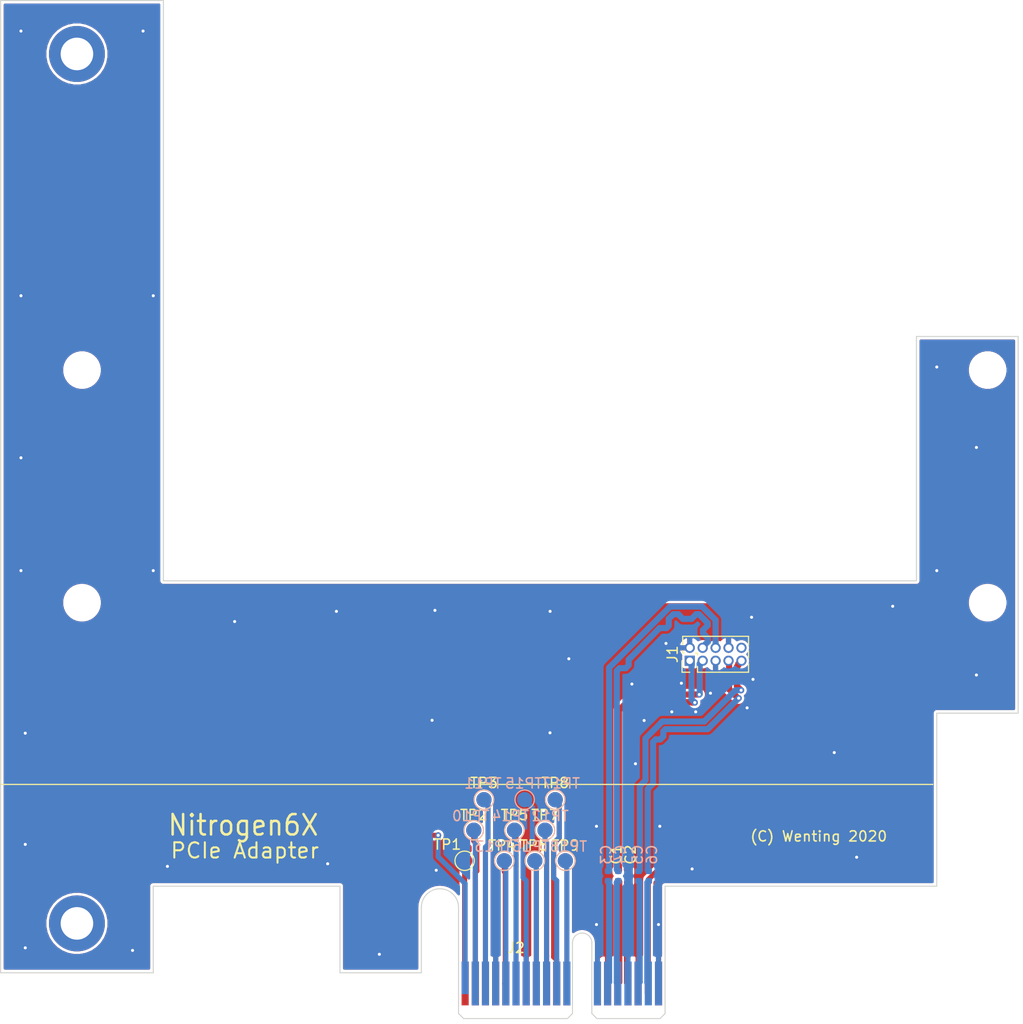
<source format=kicad_pcb>
(kicad_pcb (version 20171130) (host pcbnew "(5.1.5)-3")

  (general
    (thickness 1.6)
    (drawings 29)
    (tracks 239)
    (zones 0)
    (modules 32)
    (nets 33)
  )

  (page A4)
  (layers
    (0 F.Cu signal)
    (31 B.Cu signal)
    (32 B.Adhes user hide)
    (33 F.Adhes user hide)
    (34 B.Paste user hide)
    (35 F.Paste user hide)
    (36 B.SilkS user)
    (37 F.SilkS user)
    (38 B.Mask user)
    (39 F.Mask user hide)
    (40 Dwgs.User user hide)
    (41 Cmts.User user hide)
    (42 Eco1.User user hide)
    (43 Eco2.User user hide)
    (44 Edge.Cuts user)
    (45 Margin user hide)
    (46 B.CrtYd user hide)
    (47 F.CrtYd user hide)
    (48 B.Fab user hide)
    (49 F.Fab user hide)
  )

  (setup
    (last_trace_width 0.5)
    (user_trace_width 0.1)
    (trace_clearance 0.1524)
    (zone_clearance 0.254)
    (zone_45_only no)
    (trace_min 0.1)
    (via_size 0.6048)
    (via_drill 0.3)
    (via_min_size 0.45)
    (via_min_drill 0.2)
    (user_via 0.45 0.2)
    (uvia_size 0.3)
    (uvia_drill 0.1)
    (uvias_allowed no)
    (uvia_min_size 0.2)
    (uvia_min_drill 0.1)
    (edge_width 0.05)
    (segment_width 0.2)
    (pcb_text_width 0.3)
    (pcb_text_size 1.5 1.5)
    (mod_edge_width 0.12)
    (mod_text_size 1 1)
    (mod_text_width 0.15)
    (pad_size 3.2 3.2)
    (pad_drill 3.2)
    (pad_to_mask_clearance 0.051)
    (solder_mask_min_width 0.25)
    (aux_axis_origin 0 0)
    (visible_elements 7FFFFFFF)
    (pcbplotparams
      (layerselection 0x010fc_ffffffff)
      (usegerberextensions false)
      (usegerberattributes false)
      (usegerberadvancedattributes false)
      (creategerberjobfile false)
      (excludeedgelayer true)
      (linewidth 0.100000)
      (plotframeref false)
      (viasonmask false)
      (mode 1)
      (useauxorigin false)
      (hpglpennumber 1)
      (hpglpenspeed 20)
      (hpglpendiameter 15.000000)
      (psnegative false)
      (psa4output false)
      (plotreference true)
      (plotvalue true)
      (plotinvisibletext false)
      (padsonsilk false)
      (subtractmaskfromsilk false)
      (outputformat 1)
      (mirror false)
      (drillshape 1)
      (scaleselection 1)
      (outputdirectory ""))
  )

  (net 0 "")
  (net 1 "Net-(C1-Pad2)")
  (net 2 /PCIE_RXP0)
  (net 3 "Net-(C2-Pad2)")
  (net 4 /PCIE_RXN0)
  (net 5 "Net-(C3-Pad2)")
  (net 6 /PCIE_CLKP)
  (net 7 "Net-(C4-Pad2)")
  (net 8 /PCIE_CLKN)
  (net 9 "Net-(C5-Pad2)")
  (net 10 /PCIE_TXP0)
  (net 11 "Net-(C6-Pad2)")
  (net 12 /PCIE_TXN0)
  (net 13 GND)
  (net 14 "Net-(J2-PadA11)")
  (net 15 "Net-(J2-PadA10)")
  (net 16 "Net-(J2-PadA9)")
  (net 17 "Net-(J2-PadA8)")
  (net 18 "Net-(J2-PadA7)")
  (net 19 "Net-(J2-PadA6)")
  (net 20 "Net-(J2-PadA5)")
  (net 21 "Net-(J2-PadA3)")
  (net 22 "Net-(J2-PadA2)")
  (net 23 "Net-(J2-PadA1)")
  (net 24 "Net-(J2-PadB11)")
  (net 25 "Net-(J2-PadB10)")
  (net 26 "Net-(J2-PadB9)")
  (net 27 "Net-(J2-PadB8)")
  (net 28 "Net-(J2-PadB6)")
  (net 29 "Net-(J2-PadB5)")
  (net 30 "Net-(J2-PadB3)")
  (net 31 "Net-(J2-PadB2)")
  (net 32 "Net-(J2-PadB1)")

  (net_class Default "This is the default net class."
    (clearance 0.1524)
    (trace_width 0.5)
    (via_dia 0.6048)
    (via_drill 0.3)
    (uvia_dia 0.3)
    (uvia_drill 0.1)
    (add_net GND)
    (add_net "Net-(J2-PadA1)")
    (add_net "Net-(J2-PadA10)")
    (add_net "Net-(J2-PadA11)")
    (add_net "Net-(J2-PadA2)")
    (add_net "Net-(J2-PadA3)")
    (add_net "Net-(J2-PadA5)")
    (add_net "Net-(J2-PadA6)")
    (add_net "Net-(J2-PadA7)")
    (add_net "Net-(J2-PadA8)")
    (add_net "Net-(J2-PadA9)")
    (add_net "Net-(J2-PadB1)")
    (add_net "Net-(J2-PadB10)")
    (add_net "Net-(J2-PadB11)")
    (add_net "Net-(J2-PadB2)")
    (add_net "Net-(J2-PadB3)")
    (add_net "Net-(J2-PadB5)")
    (add_net "Net-(J2-PadB6)")
    (add_net "Net-(J2-PadB8)")
    (add_net "Net-(J2-PadB9)")
  )

  (net_class PCIE ""
    (clearance 0.1524)
    (trace_width 0.6)
    (via_dia 0.6048)
    (via_drill 0.3)
    (uvia_dia 0.3)
    (uvia_drill 0.1)
    (add_net /PCIE_CLKN)
    (add_net /PCIE_CLKP)
    (add_net /PCIE_RXN0)
    (add_net /PCIE_RXP0)
    (add_net /PCIE_TXN0)
    (add_net /PCIE_TXP0)
    (add_net "Net-(C1-Pad2)")
    (add_net "Net-(C2-Pad2)")
    (add_net "Net-(C3-Pad2)")
    (add_net "Net-(C4-Pad2)")
    (add_net "Net-(C5-Pad2)")
    (add_net "Net-(C6-Pad2)")
  )

  (module MountingHole:MountingHole_3.2mm_M3 (layer B.Cu) (tedit 56D1B4CB) (tstamp 5EB513E9)
    (at 177 89.3)
    (descr "Mounting Hole 3.2mm, no annular, M3")
    (tags "mounting hole 3.2mm no annular m3")
    (attr virtual)
    (fp_text reference REF** (at 0 4.2) (layer B.SilkS) hide
      (effects (font (size 1 1) (thickness 0.15)) (justify mirror))
    )
    (fp_text value MountingHole_3.2mm_M3 (at 0 -4.2) (layer B.Fab)
      (effects (font (size 1 1) (thickness 0.15)) (justify mirror))
    )
    (fp_text user %R (at 0.3 0) (layer B.Fab)
      (effects (font (size 1 1) (thickness 0.15)) (justify mirror))
    )
    (fp_circle (center 0 0) (end 3.2 0) (layer Cmts.User) (width 0.15))
    (fp_circle (center 0 0) (end 3.45 0) (layer B.CrtYd) (width 0.05))
    (pad 1 np_thru_hole circle (at 0 0) (size 3.2 3.2) (drill 3.2) (layers *.Cu *.Mask))
  )

  (module MountingHole:MountingHole_3.2mm_M3 (layer F.Cu) (tedit 56D1B4CB) (tstamp 5EB4C910)
    (at 177 112.15)
    (descr "Mounting Hole 3.2mm, no annular, M3")
    (tags "mounting hole 3.2mm no annular m3")
    (attr virtual)
    (fp_text reference REF** (at 0 -4.2) (layer F.SilkS) hide
      (effects (font (size 1 1) (thickness 0.15)))
    )
    (fp_text value MountingHole_3.2mm_M3 (at 0 4.2) (layer F.Fab)
      (effects (font (size 1 1) (thickness 0.15)))
    )
    (fp_text user %R (at 0.3 0) (layer F.Fab)
      (effects (font (size 1 1) (thickness 0.15)))
    )
    (fp_circle (center 0 0) (end 3.2 0) (layer Cmts.User) (width 0.15))
    (fp_circle (center 0 0) (end 3.45 0) (layer F.CrtYd) (width 0.05))
    (pad 1 np_thru_hole circle (at 0 0) (size 3.2 3.2) (drill 3.2) (layers *.Cu *.Mask))
  )

  (module MountingHole:MountingHole_3.2mm_M3 (layer F.Cu) (tedit 56D1B4CB) (tstamp 5EB4C910)
    (at 88 112.15)
    (descr "Mounting Hole 3.2mm, no annular, M3")
    (tags "mounting hole 3.2mm no annular m3")
    (attr virtual)
    (fp_text reference REF** (at 0 -4.2) (layer F.SilkS) hide
      (effects (font (size 1 1) (thickness 0.15)))
    )
    (fp_text value MountingHole_3.2mm_M3 (at 0 4.2) (layer F.Fab)
      (effects (font (size 1 1) (thickness 0.15)))
    )
    (fp_text user %R (at 0.3 0) (layer F.Fab)
      (effects (font (size 1 1) (thickness 0.15)))
    )
    (fp_circle (center 0 0) (end 3.2 0) (layer Cmts.User) (width 0.15))
    (fp_circle (center 0 0) (end 3.45 0) (layer F.CrtYd) (width 0.05))
    (pad 1 np_thru_hole circle (at 0 0) (size 3.2 3.2) (drill 3.2) (layers *.Cu *.Mask))
  )

  (module MountingHole:MountingHole_3.2mm_M3 (layer F.Cu) (tedit 56D1B4CB) (tstamp 5EB4C90F)
    (at 88 89.3)
    (descr "Mounting Hole 3.2mm, no annular, M3")
    (tags "mounting hole 3.2mm no annular m3")
    (attr virtual)
    (fp_text reference REF** (at 0 -4.2) (layer F.SilkS) hide
      (effects (font (size 1 1) (thickness 0.15)))
    )
    (fp_text value MountingHole_3.2mm_M3 (at 0 4.2) (layer F.Fab)
      (effects (font (size 1 1) (thickness 0.15)))
    )
    (fp_circle (center 0 0) (end 3.45 0) (layer F.CrtYd) (width 0.05))
    (fp_circle (center 0 0) (end 3.2 0) (layer Cmts.User) (width 0.15))
    (fp_text user %R (at 0.3 0) (layer F.Fab)
      (effects (font (size 1 1) (thickness 0.15)))
    )
    (pad 1 np_thru_hole circle (at 0 0) (size 3.2 3.2) (drill 3.2) (layers *.Cu *.Mask))
  )

  (module TestPoint:TestPoint_Pad_D1.5mm (layer B.Cu) (tedit 5A0F774F) (tstamp 5EB47846)
    (at 135.5 137.5)
    (descr "SMD pad as test Point, diameter 1.5mm")
    (tags "test point SMD pad")
    (path /5EC4433A)
    (attr virtual)
    (fp_text reference TP18 (at 0.3 -1.4) (layer B.SilkS)
      (effects (font (size 1 1) (thickness 0.15)) (justify mirror))
    )
    (fp_text value TestPoint (at 0 -1.75) (layer B.Fab)
      (effects (font (size 1 1) (thickness 0.15)) (justify mirror))
    )
    (fp_text user %R (at 0 1.65) (layer B.Fab)
      (effects (font (size 1 1) (thickness 0.15)) (justify mirror))
    )
    (fp_circle (center 0 0) (end 1.25 0) (layer B.CrtYd) (width 0.05))
    (fp_circle (center 0 0) (end 0 -0.95) (layer B.SilkS) (width 0.12))
    (pad 1 smd circle (at 0 0) (size 1.5 1.5) (layers B.Cu B.Mask)
      (net 14 "Net-(J2-PadA11)"))
  )

  (module TestPoint:TestPoint_Pad_D1.5mm (layer B.Cu) (tedit 5A0F774F) (tstamp 5EB4783E)
    (at 134.5 131.5)
    (descr "SMD pad as test Point, diameter 1.5mm")
    (tags "test point SMD pad")
    (path /5EC44186)
    (attr virtual)
    (fp_text reference TP17 (at 0.6 -1.6) (layer B.SilkS)
      (effects (font (size 1 1) (thickness 0.15)) (justify mirror))
    )
    (fp_text value TestPoint (at 0 -1.75) (layer B.Fab)
      (effects (font (size 1 1) (thickness 0.15)) (justify mirror))
    )
    (fp_circle (center 0 0) (end 0 -0.95) (layer B.SilkS) (width 0.12))
    (fp_circle (center 0 0) (end 1.25 0) (layer B.CrtYd) (width 0.05))
    (fp_text user %R (at 0 1.65) (layer B.Fab)
      (effects (font (size 1 1) (thickness 0.15)) (justify mirror))
    )
    (pad 1 smd circle (at 0 0) (size 1.5 1.5) (layers B.Cu B.Mask)
      (net 15 "Net-(J2-PadA10)"))
  )

  (module TestPoint:TestPoint_Pad_D1.5mm (layer B.Cu) (tedit 5A0F774F) (tstamp 5EB4D3F5)
    (at 132.5 137.5)
    (descr "SMD pad as test Point, diameter 1.5mm")
    (tags "test point SMD pad")
    (path /5EC49D7D)
    (attr virtual)
    (fp_text reference TP16 (at -0.4 -1.4) (layer B.SilkS)
      (effects (font (size 1 1) (thickness 0.15)) (justify mirror))
    )
    (fp_text value TestPoint (at 0 -1.75) (layer B.Fab)
      (effects (font (size 1 1) (thickness 0.15)) (justify mirror))
    )
    (fp_circle (center 0 0) (end 0 -0.95) (layer B.SilkS) (width 0.12))
    (fp_circle (center 0 0) (end 1.25 0) (layer B.CrtYd) (width 0.05))
    (fp_text user %R (at 0 1.65) (layer B.Fab)
      (effects (font (size 1 1) (thickness 0.15)) (justify mirror))
    )
    (pad 1 smd circle (at 0 0) (size 1.5 1.5) (layers B.Cu B.Mask)
      (net 17 "Net-(J2-PadA8)"))
  )

  (module TestPoint:TestPoint_Pad_D1.5mm (layer B.Cu) (tedit 5A0F774F) (tstamp 5EB4782E)
    (at 131.5 131.5)
    (descr "SMD pad as test Point, diameter 1.5mm")
    (tags "test point SMD pad")
    (path /5EC49D77)
    (attr virtual)
    (fp_text reference TP15 (at -0.1 -1.6) (layer B.SilkS)
      (effects (font (size 1 1) (thickness 0.15)) (justify mirror))
    )
    (fp_text value TestPoint (at 0 -1.75) (layer B.Fab)
      (effects (font (size 1 1) (thickness 0.15)) (justify mirror))
    )
    (fp_circle (center 0 0) (end 0 -0.95) (layer B.SilkS) (width 0.12))
    (fp_circle (center 0 0) (end 1.25 0) (layer B.CrtYd) (width 0.05))
    (fp_text user %R (at 0 1.65) (layer B.Fab)
      (effects (font (size 1 1) (thickness 0.15)) (justify mirror))
    )
    (pad 1 smd circle (at 0 0) (size 1.5 1.5) (layers B.Cu B.Mask)
      (net 18 "Net-(J2-PadA7)"))
  )

  (module TestPoint:TestPoint_Pad_D1.5mm (layer B.Cu) (tedit 5A0F774F) (tstamp 5EB47826)
    (at 130.5 134.5)
    (descr "SMD pad as test Point, diameter 1.5mm")
    (tags "test point SMD pad")
    (path /5EC47D2A)
    (attr virtual)
    (fp_text reference TP14 (at -0.4 -1.4) (layer B.SilkS)
      (effects (font (size 1 1) (thickness 0.15)) (justify mirror))
    )
    (fp_text value TestPoint (at 0 -1.75) (layer B.Fab)
      (effects (font (size 1 1) (thickness 0.15)) (justify mirror))
    )
    (fp_circle (center 0 0) (end 0 -0.95) (layer B.SilkS) (width 0.12))
    (fp_circle (center 0 0) (end 1.25 0) (layer B.CrtYd) (width 0.05))
    (fp_text user %R (at 0 1.65) (layer B.Fab)
      (effects (font (size 1 1) (thickness 0.15)) (justify mirror))
    )
    (pad 1 smd circle (at 0 0) (size 1.5 1.5) (layers B.Cu B.Mask)
      (net 19 "Net-(J2-PadA6)"))
  )

  (module TestPoint:TestPoint_Pad_D1.5mm (layer B.Cu) (tedit 5A0F774F) (tstamp 5EB4781E)
    (at 129.5 137.5)
    (descr "SMD pad as test Point, diameter 1.5mm")
    (tags "test point SMD pad")
    (path /5EC47D24)
    (attr virtual)
    (fp_text reference TP13 (at -1.1 -1.4) (layer B.SilkS)
      (effects (font (size 1 1) (thickness 0.15)) (justify mirror))
    )
    (fp_text value TestPoint (at 0 -1.75) (layer B.Fab)
      (effects (font (size 1 1) (thickness 0.15)) (justify mirror))
    )
    (fp_circle (center 0 0) (end 0 -0.95) (layer B.SilkS) (width 0.12))
    (fp_circle (center 0 0) (end 1.25 0) (layer B.CrtYd) (width 0.05))
    (fp_text user %R (at 0 1.65) (layer B.Fab)
      (effects (font (size 1 1) (thickness 0.15)) (justify mirror))
    )
    (pad 1 smd circle (at 0 0) (size 1.5 1.5) (layers B.Cu B.Mask)
      (net 20 "Net-(J2-PadA5)"))
  )

  (module TestPoint:TestPoint_Pad_D1.5mm (layer B.Cu) (tedit 5A0F774F) (tstamp 5EB47816)
    (at 133.5 134.5)
    (descr "SMD pad as test Point, diameter 1.5mm")
    (tags "test point SMD pad")
    (path /5EC2AC83)
    (attr virtual)
    (fp_text reference TP12 (at 0.5 -1.4) (layer B.SilkS)
      (effects (font (size 1 1) (thickness 0.15)) (justify mirror))
    )
    (fp_text value TestPoint (at 0 -1.75) (layer B.Fab)
      (effects (font (size 1 1) (thickness 0.15)) (justify mirror))
    )
    (fp_circle (center 0 0) (end 0 -0.95) (layer B.SilkS) (width 0.12))
    (fp_circle (center 0 0) (end 1.25 0) (layer B.CrtYd) (width 0.05))
    (fp_text user %R (at 0 1.65) (layer B.Fab)
      (effects (font (size 1 1) (thickness 0.15)) (justify mirror))
    )
    (pad 1 smd circle (at 0 0) (size 1.5 1.5) (layers B.Cu B.Mask)
      (net 16 "Net-(J2-PadA9)"))
  )

  (module TestPoint:TestPoint_Pad_D1.5mm (layer B.Cu) (tedit 5A0F774F) (tstamp 5EB4780E)
    (at 127.5 131.5)
    (descr "SMD pad as test Point, diameter 1.5mm")
    (tags "test point SMD pad")
    (path /5EC2B385)
    (attr virtual)
    (fp_text reference TP11 (at -0.1 -1.6) (layer B.SilkS)
      (effects (font (size 1 1) (thickness 0.15)) (justify mirror))
    )
    (fp_text value TestPoint (at 0 -1.75) (layer B.Fab)
      (effects (font (size 1 1) (thickness 0.15)) (justify mirror))
    )
    (fp_circle (center 0 0) (end 0 -0.95) (layer B.SilkS) (width 0.12))
    (fp_circle (center 0 0) (end 1.25 0) (layer B.CrtYd) (width 0.05))
    (fp_text user %R (at 0 1.65) (layer B.Fab)
      (effects (font (size 1 1) (thickness 0.15)) (justify mirror))
    )
    (pad 1 smd circle (at 0 0) (size 1.5 1.5) (layers B.Cu B.Mask)
      (net 21 "Net-(J2-PadA3)"))
  )

  (module TestPoint:TestPoint_Pad_D1.5mm (layer B.Cu) (tedit 5A0F774F) (tstamp 5EB47806)
    (at 126.5 134.5)
    (descr "SMD pad as test Point, diameter 1.5mm")
    (tags "test point SMD pad")
    (path /5EC2B685)
    (attr virtual)
    (fp_text reference TP10 (at -0.3 -1.4) (layer B.SilkS)
      (effects (font (size 1 1) (thickness 0.15)) (justify mirror))
    )
    (fp_text value TestPoint (at 0 -1.75) (layer B.Fab)
      (effects (font (size 1 1) (thickness 0.15)) (justify mirror))
    )
    (fp_circle (center 0 0) (end 0 -0.95) (layer B.SilkS) (width 0.12))
    (fp_circle (center 0 0) (end 1.25 0) (layer B.CrtYd) (width 0.05))
    (fp_text user %R (at 0 1.65) (layer B.Fab)
      (effects (font (size 1 1) (thickness 0.15)) (justify mirror))
    )
    (pad 1 smd circle (at 0 0) (size 1.5 1.5) (layers B.Cu B.Mask)
      (net 22 "Net-(J2-PadA2)"))
  )

  (module TestPoint:TestPoint_Pad_D1.5mm (layer F.Cu) (tedit 5A0F774F) (tstamp 5EB4D4E3)
    (at 135.5 137.5)
    (descr "SMD pad as test Point, diameter 1.5mm")
    (tags "test point SMD pad")
    (path /5EC29466)
    (attr virtual)
    (fp_text reference TP9 (at 0 -1.5) (layer F.SilkS)
      (effects (font (size 1 1) (thickness 0.15)))
    )
    (fp_text value TestPoint (at 0 1.75) (layer F.Fab)
      (effects (font (size 1 1) (thickness 0.15)))
    )
    (fp_circle (center 0 0) (end 0 0.95) (layer F.SilkS) (width 0.12))
    (fp_circle (center 0 0) (end 1.25 0) (layer F.CrtYd) (width 0.05))
    (fp_text user %R (at 0 -1.65) (layer F.Fab)
      (effects (font (size 1 1) (thickness 0.15)))
    )
    (pad 1 smd circle (at 0 0) (size 1.5 1.5) (layers F.Cu F.Mask)
      (net 24 "Net-(J2-PadB11)"))
  )

  (module TestPoint:TestPoint_Pad_D1.5mm (layer F.Cu) (tedit 5A0F774F) (tstamp 5EB477F6)
    (at 134.5 131.5)
    (descr "SMD pad as test Point, diameter 1.5mm")
    (tags "test point SMD pad")
    (path /5EC2AAE2)
    (attr virtual)
    (fp_text reference TP8 (at 0 -1.648) (layer F.SilkS)
      (effects (font (size 1 1) (thickness 0.15)))
    )
    (fp_text value TestPoint (at 0 1.75) (layer F.Fab)
      (effects (font (size 1 1) (thickness 0.15)))
    )
    (fp_circle (center 0 0) (end 0 0.95) (layer F.SilkS) (width 0.12))
    (fp_circle (center 0 0) (end 1.25 0) (layer F.CrtYd) (width 0.05))
    (fp_text user %R (at 0 -1.65) (layer F.Fab)
      (effects (font (size 1 1) (thickness 0.15)))
    )
    (pad 1 smd circle (at 0 0) (size 1.5 1.5) (layers F.Cu F.Mask)
      (net 25 "Net-(J2-PadB10)"))
  )

  (module TestPoint:TestPoint_Pad_D1.5mm (layer F.Cu) (tedit 5A0F774F) (tstamp 5EB477EE)
    (at 133.5 134.5)
    (descr "SMD pad as test Point, diameter 1.5mm")
    (tags "test point SMD pad")
    (path /5EC2A932)
    (attr virtual)
    (fp_text reference TP7 (at 0 -1.5) (layer F.SilkS)
      (effects (font (size 1 1) (thickness 0.15)))
    )
    (fp_text value TestPoint (at 0 1.75) (layer F.Fab)
      (effects (font (size 1 1) (thickness 0.15)))
    )
    (fp_circle (center 0 0) (end 0 0.95) (layer F.SilkS) (width 0.12))
    (fp_circle (center 0 0) (end 1.25 0) (layer F.CrtYd) (width 0.05))
    (fp_text user %R (at 0 -1.65) (layer F.Fab)
      (effects (font (size 1 1) (thickness 0.15)))
    )
    (pad 1 smd circle (at 0 0) (size 1.5 1.5) (layers F.Cu F.Mask)
      (net 26 "Net-(J2-PadB9)"))
  )

  (module TestPoint:TestPoint_Pad_D1.5mm (layer F.Cu) (tedit 5A0F774F) (tstamp 5EB477E6)
    (at 132.5 137.5)
    (descr "SMD pad as test Point, diameter 1.5mm")
    (tags "test point SMD pad")
    (path /5EC2A4B3)
    (attr virtual)
    (fp_text reference TP6 (at -0.1 -1.5) (layer F.SilkS)
      (effects (font (size 1 1) (thickness 0.15)))
    )
    (fp_text value TestPoint (at 0 1.75) (layer F.Fab)
      (effects (font (size 1 1) (thickness 0.15)))
    )
    (fp_circle (center 0 0) (end 0 0.95) (layer F.SilkS) (width 0.12))
    (fp_circle (center 0 0) (end 1.25 0) (layer F.CrtYd) (width 0.05))
    (fp_text user %R (at 0 -1.65) (layer F.Fab)
      (effects (font (size 1 1) (thickness 0.15)))
    )
    (pad 1 smd circle (at 0 0) (size 1.5 1.5) (layers F.Cu F.Mask)
      (net 27 "Net-(J2-PadB8)"))
  )

  (module TestPoint:TestPoint_Pad_D1.5mm (layer F.Cu) (tedit 5A0F774F) (tstamp 5EB477DE)
    (at 130.5 134.5)
    (descr "SMD pad as test Point, diameter 1.5mm")
    (tags "test point SMD pad")
    (path /5EC28E3C)
    (attr virtual)
    (fp_text reference TP5 (at 0 -1.5) (layer F.SilkS)
      (effects (font (size 1 1) (thickness 0.15)))
    )
    (fp_text value TestPoint (at 0 1.75) (layer F.Fab)
      (effects (font (size 1 1) (thickness 0.15)))
    )
    (fp_circle (center 0 0) (end 0 0.95) (layer F.SilkS) (width 0.12))
    (fp_circle (center 0 0) (end 1.25 0) (layer F.CrtYd) (width 0.05))
    (fp_text user %R (at 0 -1.65) (layer F.Fab)
      (effects (font (size 1 1) (thickness 0.15)))
    )
    (pad 1 smd circle (at 0 0) (size 1.5 1.5) (layers F.Cu F.Mask)
      (net 28 "Net-(J2-PadB6)"))
  )

  (module TestPoint:TestPoint_Pad_D1.5mm (layer F.Cu) (tedit 5A0F774F) (tstamp 5EB4D176)
    (at 129.5 137.5)
    (descr "SMD pad as test Point, diameter 1.5mm")
    (tags "test point SMD pad")
    (path /5EC28472)
    (attr virtual)
    (fp_text reference TP4 (at -0.2 -1.5) (layer F.SilkS)
      (effects (font (size 1 1) (thickness 0.15)))
    )
    (fp_text value TestPoint (at 0 1.75) (layer F.Fab)
      (effects (font (size 1 1) (thickness 0.15)))
    )
    (fp_circle (center 0 0) (end 0 0.95) (layer F.SilkS) (width 0.12))
    (fp_circle (center 0 0) (end 1.25 0) (layer F.CrtYd) (width 0.05))
    (fp_text user %R (at 0 -1.65) (layer F.Fab)
      (effects (font (size 1 1) (thickness 0.15)))
    )
    (pad 1 smd circle (at 0 0) (size 1.5 1.5) (layers F.Cu F.Mask)
      (net 29 "Net-(J2-PadB5)"))
  )

  (module TestPoint:TestPoint_Pad_D1.5mm (layer F.Cu) (tedit 5A0F774F) (tstamp 5EB54C7A)
    (at 127.5 131.5)
    (descr "SMD pad as test Point, diameter 1.5mm")
    (tags "test point SMD pad")
    (path /5EC2A227)
    (attr virtual)
    (fp_text reference TP3 (at 0 -1.648) (layer F.SilkS)
      (effects (font (size 1 1) (thickness 0.15)))
    )
    (fp_text value TestPoint (at 0 1.75) (layer F.Fab)
      (effects (font (size 1 1) (thickness 0.15)))
    )
    (fp_circle (center 0 0) (end 0 0.95) (layer F.SilkS) (width 0.12))
    (fp_circle (center 0 0) (end 1.25 0) (layer F.CrtYd) (width 0.05))
    (fp_text user %R (at 0 -1.65) (layer F.Fab)
      (effects (font (size 1 1) (thickness 0.15)))
    )
    (pad 1 smd circle (at 0 0) (size 1.5 1.5) (layers F.Cu F.Mask)
      (net 30 "Net-(J2-PadB3)"))
  )

  (module TestPoint:TestPoint_Pad_D1.5mm (layer F.Cu) (tedit 5A0F774F) (tstamp 5EB477C6)
    (at 126.5 134.5)
    (descr "SMD pad as test Point, diameter 1.5mm")
    (tags "test point SMD pad")
    (path /5EC2A034)
    (attr virtual)
    (fp_text reference TP2 (at 0 -1.5) (layer F.SilkS)
      (effects (font (size 1 1) (thickness 0.15)))
    )
    (fp_text value TestPoint (at 0 1.75) (layer F.Fab)
      (effects (font (size 1 1) (thickness 0.15)))
    )
    (fp_circle (center 0 0) (end 0 0.95) (layer F.SilkS) (width 0.12))
    (fp_circle (center 0 0) (end 1.25 0) (layer F.CrtYd) (width 0.05))
    (fp_text user %R (at 0 -1.65) (layer F.Fab)
      (effects (font (size 1 1) (thickness 0.15)))
    )
    (pad 1 smd circle (at 0 0) (size 1.5 1.5) (layers F.Cu F.Mask)
      (net 31 "Net-(J2-PadB2)"))
  )

  (module TestPoint:TestPoint_Pad_D1.5mm (layer F.Cu) (tedit 5A0F774F) (tstamp 5EB477BE)
    (at 125.6 137.5)
    (descr "SMD pad as test Point, diameter 1.5mm")
    (tags "test point SMD pad")
    (path /5EC297BC)
    (attr virtual)
    (fp_text reference TP1 (at -1.7 -1.6) (layer F.SilkS)
      (effects (font (size 1 1) (thickness 0.15)))
    )
    (fp_text value TestPoint (at 0 1.75) (layer F.Fab)
      (effects (font (size 1 1) (thickness 0.15)))
    )
    (fp_circle (center 0 0) (end 0 0.95) (layer F.SilkS) (width 0.12))
    (fp_circle (center 0 0) (end 1.25 0) (layer F.CrtYd) (width 0.05))
    (fp_text user %R (at 0 -1.65) (layer F.Fab)
      (effects (font (size 1 1) (thickness 0.15)))
    )
    (pad 1 smd circle (at 0 0) (size 1.5 1.5) (layers F.Cu F.Mask)
      (net 32 "Net-(J2-PadB1)"))
  )

  (module Connector_PCBEdge:BUS_PCIexpress_x1 (layer F.Cu) (tedit 5DBD33CB) (tstamp 5EB477B6)
    (at 125.65 149.55)
    (descr "PCIexpress Bus Edge Connector x1 http://www.ritrontek.com/uploadfile/2016/1026/20161026105231124.pdf#page=70")
    (tags PCIe)
    (path /5EC0DAAC)
    (attr virtual)
    (fp_text reference J2 (at 5 -3.5) (layer F.SilkS)
      (effects (font (size 1 1) (thickness 0.15)))
    )
    (fp_text value Bus_PCIE_1x (at 10.33 -8.01) (layer F.Fab)
      (effects (font (size 1 1) (thickness 0.15)))
    )
    (fp_arc (start 11.5 -4) (end 12.45 -4) (angle -180) (layer Edge.Cuts) (width 0.1))
    (fp_text user "PCB Thickness 1.57 mm" (at 5 2.8 180) (layer Cmts.User)
      (effects (font (size 0.5 0.5) (thickness 0.1)))
    )
    (fp_line (start 19.65 2.95) (end 19.15 3.45) (layer Edge.Cuts) (width 0.1))
    (fp_line (start 12.45 2.95) (end 12.95 3.45) (layer Edge.Cuts) (width 0.1))
    (fp_line (start 10.55 2.95) (end 10.05 3.45) (layer Edge.Cuts) (width 0.1))
    (fp_line (start -0.65 2.95) (end -0.15 3.45) (layer Edge.Cuts) (width 0.1))
    (fp_line (start 12.95 3.45) (end 19.15 3.45) (layer Edge.Cuts) (width 0.1))
    (fp_line (start 19.65 -4.95) (end 19.65 2.95) (layer Edge.Cuts) (width 0.1))
    (fp_line (start -0.15 3.45) (end 10.05 3.45) (layer Edge.Cuts) (width 0.1))
    (fp_line (start -0.65 -4.95) (end -0.65 2.95) (layer Edge.Cuts) (width 0.1))
    (fp_line (start 12.45 -4) (end 12.45 2.95) (layer Edge.Cuts) (width 0.1))
    (fp_line (start 10.55 -4) (end 10.55 2.95) (layer Edge.Cuts) (width 0.1))
    (fp_line (start 20.15 3.95) (end -1.15 3.95) (layer F.CrtYd) (width 0.05))
    (fp_line (start 20.15 3.95) (end 20.15 -5.45) (layer F.CrtYd) (width 0.05))
    (fp_line (start -1.15 -5.45) (end -1.15 3.95) (layer F.CrtYd) (width 0.05))
    (fp_line (start -1.15 -5.45) (end 20.15 -5.45) (layer F.CrtYd) (width 0.05))
    (fp_text user %R (at 16 -3.5) (layer F.Fab)
      (effects (font (size 1 1) (thickness 0.15)))
    )
    (pad A13 connect rect (at 14 0) (size 0.7 4.3) (layers B.Cu B.Mask)
      (net 5 "Net-(C3-Pad2)"))
    (pad A12 connect rect (at 13 0) (size 0.7 4.3) (layers B.Cu B.Mask)
      (net 13 GND))
    (pad A18 connect rect (at 19 0) (size 0.7 4.3) (layers B.Cu B.Mask)
      (net 13 GND))
    (pad A17 connect rect (at 18 0) (size 0.7 4.3) (layers B.Cu B.Mask)
      (net 11 "Net-(C6-Pad2)"))
    (pad A16 connect rect (at 17 0) (size 0.7 4.3) (layers B.Cu B.Mask)
      (net 9 "Net-(C5-Pad2)"))
    (pad A15 connect rect (at 16 0) (size 0.7 4.3) (layers B.Cu B.Mask)
      (net 13 GND))
    (pad A14 connect rect (at 15 0) (size 0.7 4.3) (layers B.Cu B.Mask)
      (net 7 "Net-(C4-Pad2)"))
    (pad A11 connect rect (at 10 0) (size 0.7 4.3) (layers B.Cu B.Mask)
      (net 14 "Net-(J2-PadA11)"))
    (pad A10 connect rect (at 9 0) (size 0.7 4.3) (layers B.Cu B.Mask)
      (net 15 "Net-(J2-PadA10)"))
    (pad A9 connect rect (at 8 0) (size 0.7 4.3) (layers B.Cu B.Mask)
      (net 16 "Net-(J2-PadA9)"))
    (pad A8 connect rect (at 7 0) (size 0.7 4.3) (layers B.Cu B.Mask)
      (net 17 "Net-(J2-PadA8)"))
    (pad A7 connect rect (at 6 0) (size 0.7 4.3) (layers B.Cu B.Mask)
      (net 18 "Net-(J2-PadA7)"))
    (pad A6 connect rect (at 5 0) (size 0.7 4.3) (layers B.Cu B.Mask)
      (net 19 "Net-(J2-PadA6)"))
    (pad A5 connect rect (at 4 0) (size 0.7 4.3) (layers B.Cu B.Mask)
      (net 20 "Net-(J2-PadA5)"))
    (pad A4 connect rect (at 3 0) (size 0.7 4.3) (layers B.Cu B.Mask)
      (net 13 GND))
    (pad A3 connect rect (at 2 0) (size 0.7 4.3) (layers B.Cu B.Mask)
      (net 21 "Net-(J2-PadA3)"))
    (pad A2 connect rect (at 1 0) (size 0.7 4.3) (layers B.Cu B.Mask)
      (net 22 "Net-(J2-PadA2)"))
    (pad A1 connect rect (at 0 -0.55) (size 0.7 3.2) (layers B.Cu B.Mask)
      (net 23 "Net-(J2-PadA1)"))
    (pad B13 connect rect (at 14 0) (size 0.7 4.3) (layers F.Cu F.Mask)
      (net 13 GND))
    (pad B12 connect rect (at 13 0) (size 0.7 4.3) (layers F.Cu F.Mask))
    (pad B18 connect rect (at 19 0) (size 0.7 4.3) (layers F.Cu F.Mask)
      (net 13 GND))
    (pad B17 connect rect (at 18 -0.55) (size 0.7 3.2) (layers F.Cu F.Mask)
      (net 23 "Net-(J2-PadA1)"))
    (pad B16 connect rect (at 17 0) (size 0.7 4.3) (layers F.Cu F.Mask)
      (net 13 GND))
    (pad B15 connect rect (at 16 0) (size 0.7 4.3) (layers F.Cu F.Mask)
      (net 3 "Net-(C2-Pad2)"))
    (pad B14 connect rect (at 15 0) (size 0.7 4.3) (layers F.Cu F.Mask)
      (net 1 "Net-(C1-Pad2)"))
    (pad B11 connect rect (at 10 0) (size 0.7 4.3) (layers F.Cu F.Mask)
      (net 24 "Net-(J2-PadB11)"))
    (pad B10 connect rect (at 9 0) (size 0.7 4.3) (layers F.Cu F.Mask)
      (net 25 "Net-(J2-PadB10)"))
    (pad B9 connect rect (at 8 0) (size 0.7 4.3) (layers F.Cu F.Mask)
      (net 26 "Net-(J2-PadB9)"))
    (pad B8 connect rect (at 7 0) (size 0.7 4.3) (layers F.Cu F.Mask)
      (net 27 "Net-(J2-PadB8)"))
    (pad B7 connect rect (at 6 0) (size 0.7 4.3) (layers F.Cu F.Mask)
      (net 13 GND))
    (pad B6 connect rect (at 5 0) (size 0.7 4.3) (layers F.Cu F.Mask)
      (net 28 "Net-(J2-PadB6)"))
    (pad B5 connect rect (at 4 0) (size 0.7 4.3) (layers F.Cu F.Mask)
      (net 29 "Net-(J2-PadB5)"))
    (pad B4 connect rect (at 3 0) (size 0.7 4.3) (layers F.Cu F.Mask)
      (net 13 GND))
    (pad B3 connect rect (at 2 0) (size 0.7 4.3) (layers F.Cu F.Mask)
      (net 30 "Net-(J2-PadB3)"))
    (pad B2 connect rect (at 1 0) (size 0.7 4.3) (layers F.Cu F.Mask)
      (net 31 "Net-(J2-PadB2)"))
    (pad B1 connect rect (at 0 0) (size 0.7 4.3) (layers F.Cu F.Mask)
      (net 32 "Net-(J2-PadB1)"))
  )

  (module Connector_PinHeader_1.27mm:PinHeader_2x05_P1.27mm_Vertical (layer F.Cu) (tedit 59FED6E3) (tstamp 5EB4CC9F)
    (at 147.725 117.85 90)
    (descr "Through hole straight pin header, 2x05, 1.27mm pitch, double rows")
    (tags "Through hole pin header THT 2x05 1.27mm double row")
    (path /5EBADC53)
    (fp_text reference J1 (at 0.635 -1.695 90) (layer F.SilkS)
      (effects (font (size 1 1) (thickness 0.15)))
    )
    (fp_text value Conn_02x05_Odd_Even (at 0.635 6.775 90) (layer F.Fab)
      (effects (font (size 1 1) (thickness 0.15)))
    )
    (fp_text user %R (at 0.635 2.54) (layer F.Fab)
      (effects (font (size 1 1) (thickness 0.15)))
    )
    (fp_line (start 2.85 -1.15) (end -1.6 -1.15) (layer F.CrtYd) (width 0.05))
    (fp_line (start 2.85 6.25) (end 2.85 -1.15) (layer F.CrtYd) (width 0.05))
    (fp_line (start -1.6 6.25) (end 2.85 6.25) (layer F.CrtYd) (width 0.05))
    (fp_line (start -1.6 -1.15) (end -1.6 6.25) (layer F.CrtYd) (width 0.05))
    (fp_line (start -1.13 -0.76) (end 0 -0.76) (layer F.SilkS) (width 0.12))
    (fp_line (start -1.13 0) (end -1.13 -0.76) (layer F.SilkS) (width 0.12))
    (fp_line (start 1.57753 -0.695) (end 2.4 -0.695) (layer F.SilkS) (width 0.12))
    (fp_line (start 0.76 -0.695) (end 0.96247 -0.695) (layer F.SilkS) (width 0.12))
    (fp_line (start 0.76 -0.563471) (end 0.76 -0.695) (layer F.SilkS) (width 0.12))
    (fp_line (start 0.76 0.706529) (end 0.76 0.563471) (layer F.SilkS) (width 0.12))
    (fp_line (start 0.563471 0.76) (end 0.706529 0.76) (layer F.SilkS) (width 0.12))
    (fp_line (start -1.13 0.76) (end -0.563471 0.76) (layer F.SilkS) (width 0.12))
    (fp_line (start 2.4 -0.695) (end 2.4 5.775) (layer F.SilkS) (width 0.12))
    (fp_line (start -1.13 0.76) (end -1.13 5.775) (layer F.SilkS) (width 0.12))
    (fp_line (start 0.30753 5.775) (end 0.96247 5.775) (layer F.SilkS) (width 0.12))
    (fp_line (start 1.57753 5.775) (end 2.4 5.775) (layer F.SilkS) (width 0.12))
    (fp_line (start -1.13 5.775) (end -0.30753 5.775) (layer F.SilkS) (width 0.12))
    (fp_line (start -1.07 0.2175) (end -0.2175 -0.635) (layer F.Fab) (width 0.1))
    (fp_line (start -1.07 5.715) (end -1.07 0.2175) (layer F.Fab) (width 0.1))
    (fp_line (start 2.34 5.715) (end -1.07 5.715) (layer F.Fab) (width 0.1))
    (fp_line (start 2.34 -0.635) (end 2.34 5.715) (layer F.Fab) (width 0.1))
    (fp_line (start -0.2175 -0.635) (end 2.34 -0.635) (layer F.Fab) (width 0.1))
    (pad 10 thru_hole oval (at 1.27 5.08 90) (size 1 1) (drill 0.65) (layers *.Cu *.Mask))
    (pad 9 thru_hole oval (at 0 5.08 90) (size 1 1) (drill 0.65) (layers *.Cu *.Mask)
      (net 10 /PCIE_TXP0))
    (pad 8 thru_hole oval (at 1.27 3.81 90) (size 1 1) (drill 0.65) (layers *.Cu *.Mask)
      (net 13 GND))
    (pad 7 thru_hole oval (at 0 3.81 90) (size 1 1) (drill 0.65) (layers *.Cu *.Mask)
      (net 12 /PCIE_TXN0))
    (pad 6 thru_hole oval (at 1.27 2.54 90) (size 1 1) (drill 0.65) (layers *.Cu *.Mask)
      (net 6 /PCIE_CLKP))
    (pad 5 thru_hole oval (at 0 2.54 90) (size 1 1) (drill 0.65) (layers *.Cu *.Mask)
      (net 13 GND))
    (pad 4 thru_hole oval (at 1.27 1.27 90) (size 1 1) (drill 0.65) (layers *.Cu *.Mask)
      (net 8 /PCIE_CLKN))
    (pad 3 thru_hole oval (at 0 1.27 90) (size 1 1) (drill 0.65) (layers *.Cu *.Mask)
      (net 2 /PCIE_RXP0))
    (pad 2 thru_hole oval (at 1.27 0 90) (size 1 1) (drill 0.65) (layers *.Cu *.Mask)
      (net 13 GND))
    (pad 1 thru_hole rect (at 0 0 90) (size 1 1) (drill 0.65) (layers *.Cu *.Mask)
      (net 4 /PCIE_RXN0))
    (model ${KISYS3DMOD}/Connector_PinHeader_1.27mm.3dshapes/PinHeader_2x05_P1.27mm_Vertical.wrl
      (at (xyz 0 0 0))
      (scale (xyz 1 1 1))
      (rotate (xyz 0 0 0))
    )
    (model ${KIPRJMOD}/NITROGEN6X_REV4A_20161205.step
      (offset (xyz 62.85 67.7 5.5))
      (scale (xyz 1 1 1))
      (rotate (xyz 180 0 180))
    )
  )

  (module Capacitor_SMD:C_0402_1005Metric (layer B.Cu) (tedit 5B301BBE) (tstamp 5EB47758)
    (at 143.7 139 270)
    (descr "Capacitor SMD 0402 (1005 Metric), square (rectangular) end terminal, IPC_7351 nominal, (Body size source: http://www.tortai-tech.com/upload/download/2011102023233369053.pdf), generated with kicad-footprint-generator")
    (tags capacitor)
    (path /5EB95BC1)
    (attr smd)
    (fp_text reference C6 (at -2.1 -0.3 270) (layer B.SilkS)
      (effects (font (size 1 1) (thickness 0.15)) (justify mirror))
    )
    (fp_text value 10nF (at 0 -1.17 270) (layer B.Fab)
      (effects (font (size 1 1) (thickness 0.15)) (justify mirror))
    )
    (fp_text user %R (at 0 0 270) (layer B.Fab)
      (effects (font (size 0.25 0.25) (thickness 0.04)) (justify mirror))
    )
    (fp_line (start 0.93 -0.47) (end -0.93 -0.47) (layer B.CrtYd) (width 0.05))
    (fp_line (start 0.93 0.47) (end 0.93 -0.47) (layer B.CrtYd) (width 0.05))
    (fp_line (start -0.93 0.47) (end 0.93 0.47) (layer B.CrtYd) (width 0.05))
    (fp_line (start -0.93 -0.47) (end -0.93 0.47) (layer B.CrtYd) (width 0.05))
    (fp_line (start 0.5 -0.25) (end -0.5 -0.25) (layer B.Fab) (width 0.1))
    (fp_line (start 0.5 0.25) (end 0.5 -0.25) (layer B.Fab) (width 0.1))
    (fp_line (start -0.5 0.25) (end 0.5 0.25) (layer B.Fab) (width 0.1))
    (fp_line (start -0.5 -0.25) (end -0.5 0.25) (layer B.Fab) (width 0.1))
    (pad 2 smd roundrect (at 0.485 0 270) (size 0.59 0.64) (layers B.Cu B.Paste B.Mask) (roundrect_rratio 0.25)
      (net 11 "Net-(C6-Pad2)"))
    (pad 1 smd roundrect (at -0.485 0 270) (size 0.59 0.64) (layers B.Cu B.Paste B.Mask) (roundrect_rratio 0.25)
      (net 12 /PCIE_TXN0))
    (model ${KISYS3DMOD}/Capacitor_SMD.3dshapes/C_0402_1005Metric.wrl
      (at (xyz 0 0 0))
      (scale (xyz 1 1 1))
      (rotate (xyz 0 0 0))
    )
  )

  (module Capacitor_SMD:C_0402_1005Metric (layer B.Cu) (tedit 5B301BBE) (tstamp 5EB47749)
    (at 142.7 139 270)
    (descr "Capacitor SMD 0402 (1005 Metric), square (rectangular) end terminal, IPC_7351 nominal, (Body size source: http://www.tortai-tech.com/upload/download/2011102023233369053.pdf), generated with kicad-footprint-generator")
    (tags capacitor)
    (path /5EB95BBB)
    (attr smd)
    (fp_text reference C5 (at -2.1 0.1 90) (layer B.SilkS)
      (effects (font (size 1 1) (thickness 0.15)) (justify mirror))
    )
    (fp_text value 10nF (at 0 -1.17 90) (layer B.Fab)
      (effects (font (size 1 1) (thickness 0.15)) (justify mirror))
    )
    (fp_text user %R (at 0 0 90) (layer B.Fab)
      (effects (font (size 0.25 0.25) (thickness 0.04)) (justify mirror))
    )
    (fp_line (start 0.93 -0.47) (end -0.93 -0.47) (layer B.CrtYd) (width 0.05))
    (fp_line (start 0.93 0.47) (end 0.93 -0.47) (layer B.CrtYd) (width 0.05))
    (fp_line (start -0.93 0.47) (end 0.93 0.47) (layer B.CrtYd) (width 0.05))
    (fp_line (start -0.93 -0.47) (end -0.93 0.47) (layer B.CrtYd) (width 0.05))
    (fp_line (start 0.5 -0.25) (end -0.5 -0.25) (layer B.Fab) (width 0.1))
    (fp_line (start 0.5 0.25) (end 0.5 -0.25) (layer B.Fab) (width 0.1))
    (fp_line (start -0.5 0.25) (end 0.5 0.25) (layer B.Fab) (width 0.1))
    (fp_line (start -0.5 -0.25) (end -0.5 0.25) (layer B.Fab) (width 0.1))
    (pad 2 smd roundrect (at 0.485 0 270) (size 0.59 0.64) (layers B.Cu B.Paste B.Mask) (roundrect_rratio 0.25)
      (net 9 "Net-(C5-Pad2)"))
    (pad 1 smd roundrect (at -0.485 0 270) (size 0.59 0.64) (layers B.Cu B.Paste B.Mask) (roundrect_rratio 0.25)
      (net 10 /PCIE_TXP0))
    (model ${KISYS3DMOD}/Capacitor_SMD.3dshapes/C_0402_1005Metric.wrl
      (at (xyz 0 0 0))
      (scale (xyz 1 1 1))
      (rotate (xyz 0 0 0))
    )
  )

  (module Capacitor_SMD:C_0402_1005Metric (layer B.Cu) (tedit 5B301BBE) (tstamp 5EB4773A)
    (at 140.7 139 270)
    (descr "Capacitor SMD 0402 (1005 Metric), square (rectangular) end terminal, IPC_7351 nominal, (Body size source: http://www.tortai-tech.com/upload/download/2011102023233369053.pdf), generated with kicad-footprint-generator")
    (tags capacitor)
    (path /5EB95BB5)
    (attr smd)
    (fp_text reference C4 (at -2.1 -0.2 270) (layer B.SilkS)
      (effects (font (size 1 1) (thickness 0.15)) (justify mirror))
    )
    (fp_text value 10nF (at 0 -1.17 270) (layer B.Fab)
      (effects (font (size 1 1) (thickness 0.15)) (justify mirror))
    )
    (fp_text user %R (at 0 0 270) (layer B.Fab)
      (effects (font (size 0.25 0.25) (thickness 0.04)) (justify mirror))
    )
    (fp_line (start 0.93 -0.47) (end -0.93 -0.47) (layer B.CrtYd) (width 0.05))
    (fp_line (start 0.93 0.47) (end 0.93 -0.47) (layer B.CrtYd) (width 0.05))
    (fp_line (start -0.93 0.47) (end 0.93 0.47) (layer B.CrtYd) (width 0.05))
    (fp_line (start -0.93 -0.47) (end -0.93 0.47) (layer B.CrtYd) (width 0.05))
    (fp_line (start 0.5 -0.25) (end -0.5 -0.25) (layer B.Fab) (width 0.1))
    (fp_line (start 0.5 0.25) (end 0.5 -0.25) (layer B.Fab) (width 0.1))
    (fp_line (start -0.5 0.25) (end 0.5 0.25) (layer B.Fab) (width 0.1))
    (fp_line (start -0.5 -0.25) (end -0.5 0.25) (layer B.Fab) (width 0.1))
    (pad 2 smd roundrect (at 0.485 0 270) (size 0.59 0.64) (layers B.Cu B.Paste B.Mask) (roundrect_rratio 0.25)
      (net 7 "Net-(C4-Pad2)"))
    (pad 1 smd roundrect (at -0.485 0 270) (size 0.59 0.64) (layers B.Cu B.Paste B.Mask) (roundrect_rratio 0.25)
      (net 8 /PCIE_CLKN))
    (model ${KISYS3DMOD}/Capacitor_SMD.3dshapes/C_0402_1005Metric.wrl
      (at (xyz 0 0 0))
      (scale (xyz 1 1 1))
      (rotate (xyz 0 0 0))
    )
  )

  (module Capacitor_SMD:C_0402_1005Metric (layer B.Cu) (tedit 5B301BBE) (tstamp 5EB4772B)
    (at 139.7 139 270)
    (descr "Capacitor SMD 0402 (1005 Metric), square (rectangular) end terminal, IPC_7351 nominal, (Body size source: http://www.tortai-tech.com/upload/download/2011102023233369053.pdf), generated with kicad-footprint-generator")
    (tags capacitor)
    (path /5EB95BAF)
    (attr smd)
    (fp_text reference C3 (at -2.1 0.2 270) (layer B.SilkS)
      (effects (font (size 1 1) (thickness 0.15)) (justify mirror))
    )
    (fp_text value 10nF (at 0 -1.17 270) (layer B.Fab)
      (effects (font (size 1 1) (thickness 0.15)) (justify mirror))
    )
    (fp_text user %R (at 0 0 270) (layer B.Fab)
      (effects (font (size 0.25 0.25) (thickness 0.04)) (justify mirror))
    )
    (fp_line (start 0.93 -0.47) (end -0.93 -0.47) (layer B.CrtYd) (width 0.05))
    (fp_line (start 0.93 0.47) (end 0.93 -0.47) (layer B.CrtYd) (width 0.05))
    (fp_line (start -0.93 0.47) (end 0.93 0.47) (layer B.CrtYd) (width 0.05))
    (fp_line (start -0.93 -0.47) (end -0.93 0.47) (layer B.CrtYd) (width 0.05))
    (fp_line (start 0.5 -0.25) (end -0.5 -0.25) (layer B.Fab) (width 0.1))
    (fp_line (start 0.5 0.25) (end 0.5 -0.25) (layer B.Fab) (width 0.1))
    (fp_line (start -0.5 0.25) (end 0.5 0.25) (layer B.Fab) (width 0.1))
    (fp_line (start -0.5 -0.25) (end -0.5 0.25) (layer B.Fab) (width 0.1))
    (pad 2 smd roundrect (at 0.485 0 270) (size 0.59 0.64) (layers B.Cu B.Paste B.Mask) (roundrect_rratio 0.25)
      (net 5 "Net-(C3-Pad2)"))
    (pad 1 smd roundrect (at -0.485 0 270) (size 0.59 0.64) (layers B.Cu B.Paste B.Mask) (roundrect_rratio 0.25)
      (net 6 /PCIE_CLKP))
    (model ${KISYS3DMOD}/Capacitor_SMD.3dshapes/C_0402_1005Metric.wrl
      (at (xyz 0 0 0))
      (scale (xyz 1 1 1))
      (rotate (xyz 0 0 0))
    )
  )

  (module Capacitor_SMD:C_0402_1005Metric (layer F.Cu) (tedit 5B301BBE) (tstamp 5EB54B25)
    (at 141.7 139 270)
    (descr "Capacitor SMD 0402 (1005 Metric), square (rectangular) end terminal, IPC_7351 nominal, (Body size source: http://www.tortai-tech.com/upload/download/2011102023233369053.pdf), generated with kicad-footprint-generator")
    (tags capacitor)
    (path /5EB95C37)
    (attr smd)
    (fp_text reference C2 (at -2.1 -0.2 90) (layer F.SilkS)
      (effects (font (size 1 1) (thickness 0.15)))
    )
    (fp_text value 10nF (at 0 1.17 90) (layer F.Fab)
      (effects (font (size 1 1) (thickness 0.15)))
    )
    (fp_text user %R (at 0 0 90) (layer F.Fab)
      (effects (font (size 0.25 0.25) (thickness 0.04)))
    )
    (fp_line (start 0.93 0.47) (end -0.93 0.47) (layer F.CrtYd) (width 0.05))
    (fp_line (start 0.93 -0.47) (end 0.93 0.47) (layer F.CrtYd) (width 0.05))
    (fp_line (start -0.93 -0.47) (end 0.93 -0.47) (layer F.CrtYd) (width 0.05))
    (fp_line (start -0.93 0.47) (end -0.93 -0.47) (layer F.CrtYd) (width 0.05))
    (fp_line (start 0.5 0.25) (end -0.5 0.25) (layer F.Fab) (width 0.1))
    (fp_line (start 0.5 -0.25) (end 0.5 0.25) (layer F.Fab) (width 0.1))
    (fp_line (start -0.5 -0.25) (end 0.5 -0.25) (layer F.Fab) (width 0.1))
    (fp_line (start -0.5 0.25) (end -0.5 -0.25) (layer F.Fab) (width 0.1))
    (pad 2 smd roundrect (at 0.485 0 270) (size 0.59 0.64) (layers F.Cu F.Paste F.Mask) (roundrect_rratio 0.25)
      (net 3 "Net-(C2-Pad2)"))
    (pad 1 smd roundrect (at -0.485 0 270) (size 0.59 0.64) (layers F.Cu F.Paste F.Mask) (roundrect_rratio 0.25)
      (net 4 /PCIE_RXN0))
    (model ${KISYS3DMOD}/Capacitor_SMD.3dshapes/C_0402_1005Metric.wrl
      (at (xyz 0 0 0))
      (scale (xyz 1 1 1))
      (rotate (xyz 0 0 0))
    )
  )

  (module Capacitor_SMD:C_0402_1005Metric (layer F.Cu) (tedit 5B301BBE) (tstamp 5EB4770D)
    (at 140.7 139 270)
    (descr "Capacitor SMD 0402 (1005 Metric), square (rectangular) end terminal, IPC_7351 nominal, (Body size source: http://www.tortai-tech.com/upload/download/2011102023233369053.pdf), generated with kicad-footprint-generator")
    (tags capacitor)
    (path /5EB95C31)
    (attr smd)
    (fp_text reference C1 (at -2.1 0.2 90) (layer F.SilkS)
      (effects (font (size 1 1) (thickness 0.15)))
    )
    (fp_text value 10nF (at 0 1.17 90) (layer F.Fab)
      (effects (font (size 1 1) (thickness 0.15)))
    )
    (fp_text user %R (at 0 0 90) (layer F.Fab)
      (effects (font (size 0.25 0.25) (thickness 0.04)))
    )
    (fp_line (start 0.93 0.47) (end -0.93 0.47) (layer F.CrtYd) (width 0.05))
    (fp_line (start 0.93 -0.47) (end 0.93 0.47) (layer F.CrtYd) (width 0.05))
    (fp_line (start -0.93 -0.47) (end 0.93 -0.47) (layer F.CrtYd) (width 0.05))
    (fp_line (start -0.93 0.47) (end -0.93 -0.47) (layer F.CrtYd) (width 0.05))
    (fp_line (start 0.5 0.25) (end -0.5 0.25) (layer F.Fab) (width 0.1))
    (fp_line (start 0.5 -0.25) (end 0.5 0.25) (layer F.Fab) (width 0.1))
    (fp_line (start -0.5 -0.25) (end 0.5 -0.25) (layer F.Fab) (width 0.1))
    (fp_line (start -0.5 0.25) (end -0.5 -0.25) (layer F.Fab) (width 0.1))
    (pad 2 smd roundrect (at 0.485 0 270) (size 0.59 0.64) (layers F.Cu F.Paste F.Mask) (roundrect_rratio 0.25)
      (net 1 "Net-(C1-Pad2)"))
    (pad 1 smd roundrect (at -0.485 0 270) (size 0.59 0.64) (layers F.Cu F.Paste F.Mask) (roundrect_rratio 0.25)
      (net 2 /PCIE_RXP0))
    (model ${KISYS3DMOD}/Capacitor_SMD.3dshapes/C_0402_1005Metric.wrl
      (at (xyz 0 0 0))
      (scale (xyz 1 1 1))
      (rotate (xyz 0 0 0))
    )
  )

  (module MountingHole:MountingHole_3.2mm_M3_ISO14580_Pad (layer F.Cu) (tedit 5DAA9761) (tstamp 5DDB45D8)
    (at 87.5 58.2504)
    (descr "Mounting Hole 3.2mm, M3, ISO14580")
    (tags "mounting hole 3.2mm m3 iso14580")
    (attr virtual)
    (fp_text reference MH3 (at 0 -3.75) (layer F.SilkS) hide
      (effects (font (size 1 1) (thickness 0.15)))
    )
    (fp_text value MountingHole_3.2mm_M3_ISO14580_Pad (at 0 3.75) (layer F.Fab)
      (effects (font (size 1 1) (thickness 0.15)))
    )
    (fp_text user %R (at 0.3 0) (layer F.Fab)
      (effects (font (size 1 1) (thickness 0.15)))
    )
    (fp_circle (center 0 0) (end 2.75 0) (layer Cmts.User) (width 0.15))
    (fp_circle (center 0 0) (end 3 0) (layer F.CrtYd) (width 0.05))
    (pad 2 thru_hole circle (at 0 0) (size 5.5 5.5) (drill 3.2) (layers *.Cu *.Mask))
  )

  (module MountingHole:MountingHole_3.2mm_M3_ISO14580_Pad (layer F.Cu) (tedit 56D1B4CB) (tstamp 5DDB45D1)
    (at 87.5 143.6504)
    (descr "Mounting Hole 3.2mm, M3, ISO14580")
    (tags "mounting hole 3.2mm m3 iso14580")
    (attr virtual)
    (fp_text reference MH1 (at 0 -3.75) (layer F.SilkS) hide
      (effects (font (size 1 1) (thickness 0.15)))
    )
    (fp_text value MountingHole_3.2mm_M3_ISO14580_Pad (at 0 3.75) (layer F.Fab)
      (effects (font (size 1 1) (thickness 0.15)))
    )
    (fp_text user %R (at 0.3 0) (layer F.Fab)
      (effects (font (size 1 1) (thickness 0.15)))
    )
    (fp_circle (center 0 0) (end 2.75 0) (layer Cmts.User) (width 0.15))
    (fp_circle (center 0 0) (end 3 0) (layer F.CrtYd) (width 0.05))
    (pad 1 thru_hole circle (at 0 0) (size 5.5 5.5) (drill 3.2) (layers *.Cu *.Mask))
    (model "${KIPRJMOD}/footprints.pretty/IO Shield_nologo.STEP"
      (offset (xyz -21.9 97.5 -6))
      (scale (xyz 1 1 1))
      (rotate (xyz -90 0 90))
    )
  )

  (gr_text "(C) Wenting 2020" (at 160.4 135.1) (layer F.SilkS)
    (effects (font (size 1 1) (thickness 0.15)))
  )
  (gr_line (start 172 123) (end 180 123) (layer Edge.Cuts) (width 0.1))
  (gr_line (start 172 140) (end 172 123) (layer Edge.Cuts) (width 0.1))
  (gr_line (start 96 110) (end 96 53) (layer Edge.Cuts) (width 0.1))
  (gr_line (start 170 110) (end 96 110) (layer Edge.Cuts) (width 0.1))
  (gr_line (start 170 86) (end 170 110) (layer Edge.Cuts) (width 0.1))
  (gr_line (start 180 86) (end 170 86) (layer Edge.Cuts) (width 0.1))
  (gr_line (start 80 130) (end 80 55) (layer F.SilkS) (width 0.12))
  (gr_line (start 171.6 130) (end 80 130) (layer F.SilkS) (width 0.12))
  (gr_text "PCIe Adapter" (at 104 136.5) (layer F.SilkS) (tstamp 5DE2D654)
    (effects (font (size 1.5 1.5) (thickness 0.2)))
  )
  (gr_text Nitrogen6X (at 103.85 134) (layer F.SilkS)
    (effects (font (size 2 1.8) (thickness 0.25)))
  )
  (gr_line (start 113.35 148.5) (end 121.35 148.5) (layer Edge.Cuts) (width 0.1) (tstamp 5DDB45D0))
  (gr_line (start 121.35 148.5) (end 121.35 142.075) (layer Edge.Cuts) (width 0.1) (tstamp 5DDB45CE))
  (gr_line (start 145.3 140) (end 172 140) (layer Edge.Cuts) (width 0.1) (tstamp 5DDB45CC))
  (gr_line (start 80 148.5) (end 80 53) (layer Edge.Cuts) (width 0.1) (tstamp 5DDB45CB))
  (gr_line (start 145.3 144.6) (end 145.3 140) (layer Edge.Cuts) (width 0.1) (tstamp 5DDB45C9))
  (gr_arc (start 123.175 142.075) (end 125 142.075) (angle -180) (layer Edge.Cuts) (width 0.1) (tstamp 5DDB45C8))
  (gr_line (start 80 53) (end 96 53) (layer Edge.Cuts) (width 0.1) (tstamp 5DDB45C6))
  (gr_line (start 80 148.5) (end 95 148.5) (layer Edge.Cuts) (width 0.1) (tstamp 5DDB45C5))
  (gr_line (start 113.35 148.5) (end 113.35 140) (layer Edge.Cuts) (width 0.1) (tstamp 5DDB45C4))
  (gr_line (start 180 123) (end 180 86) (layer Edge.Cuts) (width 0.1) (tstamp 5DDB45C3))
  (gr_line (start 95 140) (end 113.35 140) (layer Edge.Cuts) (width 0.1) (tstamp 5DDB45C2))
  (gr_line (start 95 148.5) (end 95 140) (layer Edge.Cuts) (width 0.1) (tstamp 5DDB45C1))
  (gr_line (start 125 144.6) (end 125 142.075) (layer Edge.Cuts) (width 0.1) (tstamp 5DDB45B6))
  (dimension 15 (width 0.15) (layer Dwgs.User) (tstamp 5DDB45AE)
    (gr_text "15.000 mm" (at 87.5 156.0782) (layer Dwgs.User) (tstamp 5DDB45AE)
      (effects (font (size 1 1) (thickness 0.15)))
    )
    (feature1 (pts (xy 95 148.5) (xy 95 155.364621)))
    (feature2 (pts (xy 80 148.5) (xy 80 155.364621)))
    (crossbar (pts (xy 80 154.7782) (xy 95 154.7782)))
    (arrow1a (pts (xy 95 154.7782) (xy 93.873496 155.364621)))
    (arrow1b (pts (xy 95 154.7782) (xy 93.873496 154.191779)))
    (arrow2a (pts (xy 80 154.7782) (xy 81.126504 155.364621)))
    (arrow2b (pts (xy 80 154.7782) (xy 81.126504 154.191779)))
  )
  (dimension 7.5 (width 0.15) (layer Dwgs.User) (tstamp 5DDB45AC)
    (gr_text "7.500 mm" (at 83.75 151.6) (layer Dwgs.User) (tstamp 5DDB45AC)
      (effects (font (size 1 1) (thickness 0.15)))
    )
    (feature1 (pts (xy 87.5 148.5) (xy 87.5 150.886421)))
    (feature2 (pts (xy 80 148.5) (xy 80 150.886421)))
    (crossbar (pts (xy 80 150.3) (xy 87.5 150.3)))
    (arrow1a (pts (xy 87.5 150.3) (xy 86.373496 150.886421)))
    (arrow1b (pts (xy 87.5 150.3) (xy 86.373496 149.713579)))
    (arrow2a (pts (xy 80 150.3) (xy 81.126504 150.886421)))
    (arrow2b (pts (xy 80 150.3) (xy 81.126504 149.713579)))
  )
  (dimension 4.8496 (width 0.15) (layer Dwgs.User) (tstamp 5DDB4583)
    (gr_text "4.850 mm" (at 68.7 146.0752 90) (layer Dwgs.User) (tstamp 5DDB4583)
      (effects (font (size 1 1) (thickness 0.15)))
    )
    (feature1 (pts (xy 87.5 148.5) (xy 69.413579 148.5)))
    (feature2 (pts (xy 87.5 143.6504) (xy 69.413579 143.6504)))
    (crossbar (pts (xy 70 143.6504) (xy 70 148.5)))
    (arrow1a (pts (xy 70 148.5) (xy 69.413579 147.373496)))
    (arrow1b (pts (xy 70 148.5) (xy 70.586421 147.373496)))
    (arrow2a (pts (xy 70 143.6504) (xy 69.413579 144.776904)))
    (arrow2b (pts (xy 70 143.6504) (xy 70.586421 144.776904)))
  )
  (dimension 18.35 (width 0.15) (layer Dwgs.User) (tstamp 5DDB457D)
    (gr_text "18.350 mm" (at 104.175 156.049999) (layer Dwgs.User) (tstamp 5DDB457D)
      (effects (font (size 1 1) (thickness 0.15)))
    )
    (feature1 (pts (xy 113.35 148.5) (xy 113.35 155.33642)))
    (feature2 (pts (xy 95 148.5) (xy 95 155.33642)))
    (crossbar (pts (xy 95 154.749999) (xy 113.35 154.749999)))
    (arrow1a (pts (xy 113.35 154.749999) (xy 112.223496 155.33642)))
    (arrow1b (pts (xy 113.35 154.749999) (xy 112.223496 154.163578)))
    (arrow2a (pts (xy 95 154.749999) (xy 96.126504 155.33642)))
    (arrow2b (pts (xy 95 154.749999) (xy 96.126504 154.163578)))
  )
  (dimension 8 (width 0.15) (layer Dwgs.User) (tstamp 5DDB457B)
    (gr_text "8.000 mm" (at 117.35 156.05) (layer Dwgs.User) (tstamp 5DDB457B)
      (effects (font (size 1 1) (thickness 0.15)))
    )
    (feature1 (pts (xy 121.35 148.5) (xy 121.35 155.336421)))
    (feature2 (pts (xy 113.35 148.5) (xy 113.35 155.336421)))
    (crossbar (pts (xy 113.35 154.75) (xy 121.35 154.75)))
    (arrow1a (pts (xy 121.35 154.75) (xy 120.223496 155.336421)))
    (arrow1b (pts (xy 121.35 154.75) (xy 120.223496 154.163579)))
    (arrow2a (pts (xy 113.35 154.75) (xy 114.476504 155.336421)))
    (arrow2b (pts (xy 113.35 154.75) (xy 114.476504 154.163579)))
  )

  (segment (start 140.8 149.4) (end 140.8 139.585) (width 0.6) (layer F.Cu) (net 1))
  (segment (start 140.8 139.585) (end 140.7 139.485) (width 0.6) (layer F.Cu) (net 1))
  (segment (start 140.65 149.55) (end 140.8 149.4) (width 0.6) (layer F.Cu) (net 1))
  (via (at 148.66 121.17) (size 0.6048) (drill 0.3) (layers F.Cu B.Cu) (net 2))
  (segment (start 148.7 121.13) (end 148.66 121.17) (width 0.6) (layer B.Cu) (net 2))
  (segment (start 148.995 117.85) (end 148.7 118.145) (width 0.6) (layer B.Cu) (net 2))
  (segment (start 148.7 118.145) (end 148.7 121.13) (width 0.6) (layer B.Cu) (net 2))
  (segment (start 148.232342 121.17) (end 148.66 121.17) (width 0.6) (layer F.Cu) (net 2))
  (segment (start 142.305931 121.17) (end 148.232342 121.17) (width 0.6) (layer F.Cu) (net 2))
  (segment (start 140.7 138.515) (end 140.77 138.445) (width 0.6) (layer F.Cu) (net 2))
  (segment (start 140.77 122.705931) (end 142.305931 121.17) (width 0.6) (layer F.Cu) (net 2))
  (segment (start 140.77 138.445) (end 140.77 122.705931) (width 0.6) (layer F.Cu) (net 2))
  (segment (start 141.65 149.55) (end 141.55241 149.45241) (width 0.6) (layer F.Cu) (net 3))
  (segment (start 141.55241 139.63259) (end 141.7 139.485) (width 0.6) (layer F.Cu) (net 3))
  (segment (start 141.55241 149.45241) (end 141.55241 139.63259) (width 0.6) (layer F.Cu) (net 3))
  (via (at 148.22 121.96) (size 0.6048) (drill 0.3) (layers F.Cu B.Cu) (net 4))
  (segment (start 141.54 138.355) (end 141.7 138.515) (width 0.6) (layer F.Cu) (net 4))
  (segment (start 141.54 122.999999) (end 141.54 138.355) (width 0.6) (layer F.Cu) (net 4))
  (segment (start 141.669999 122.87) (end 141.54 122.999999) (width 0.6) (layer F.Cu) (net 4))
  (segment (start 142.39 122.55) (end 142.07 122.87) (width 0.6) (layer F.Cu) (net 4))
  (segment (start 142.07 122.87) (end 141.669999 122.87) (width 0.6) (layer F.Cu) (net 4))
  (segment (start 142.617589 121.92241) (end 142.39 122.149999) (width 0.6) (layer F.Cu) (net 4))
  (segment (start 147.92 121.96) (end 147.88241 121.92241) (width 0.6) (layer F.Cu) (net 4))
  (segment (start 142.39 122.149999) (end 142.39 122.55) (width 0.6) (layer F.Cu) (net 4))
  (segment (start 148.22 121.96) (end 147.92 121.96) (width 0.6) (layer F.Cu) (net 4))
  (segment (start 147.88241 121.92241) (end 142.617589 121.92241) (width 0.6) (layer F.Cu) (net 4))
  (segment (start 147.9 121.64) (end 148.22 121.96) (width 0.6) (layer B.Cu) (net 4))
  (segment (start 147.725 117.85) (end 147.9 118.025) (width 0.6) (layer B.Cu) (net 4))
  (segment (start 147.9 118.025) (end 147.9 121.64) (width 0.6) (layer B.Cu) (net 4))
  (segment (start 139.8 139.585) (end 139.7 139.485) (width 0.6) (layer B.Cu) (net 5))
  (segment (start 139.65 149.55) (end 139.8 149.4) (width 0.6) (layer B.Cu) (net 5))
  (segment (start 139.8 149.4) (end 139.8 139.585) (width 0.6) (layer B.Cu) (net 5))
  (segment (start 150.265 113.855) (end 150.265 116.58) (width 0.6) (layer B.Cu) (net 6))
  (segment (start 139.8 118.53) (end 145.800801 112.529199) (width 0.6) (layer B.Cu) (net 6))
  (segment (start 139.7 138.515) (end 139.8 138.415) (width 0.6) (layer B.Cu) (net 6))
  (segment (start 145.800801 112.529199) (end 148.939199 112.529199) (width 0.6) (layer B.Cu) (net 6))
  (segment (start 139.8 138.415) (end 139.8 118.53) (width 0.6) (layer B.Cu) (net 6))
  (segment (start 148.939199 112.529199) (end 150.265 113.855) (width 0.6) (layer B.Cu) (net 6))
  (segment (start 140.55241 139.63259) (end 140.7 139.485) (width 0.6) (layer B.Cu) (net 7))
  (segment (start 140.65 149.55) (end 140.55241 149.45241) (width 0.6) (layer B.Cu) (net 7))
  (segment (start 140.55241 149.45241) (end 140.55241 139.63259) (width 0.6) (layer B.Cu) (net 7))
  (segment (start 148.995 116.495) (end 148.995 116.58) (width 0.6) (layer B.Cu) (net 8))
  (segment (start 149.51259 115.97741) (end 148.995 116.495) (width 0.6) (layer B.Cu) (net 8))
  (segment (start 145.44 114.64) (end 145.66 114.42) (width 0.6) (layer B.Cu) (net 8))
  (segment (start 149.51259 115.63259) (end 149.51259 115.97741) (width 0.6) (layer B.Cu) (net 8))
  (segment (start 141.43 118.58) (end 141.72 118.29) (width 0.6) (layer B.Cu) (net 8))
  (segment (start 140.55241 118.84759) (end 140.82 118.58) (width 0.6) (layer B.Cu) (net 8))
  (segment (start 141.91 117.56) (end 144.754068 114.64) (width 0.6) (layer B.Cu) (net 8))
  (segment (start 149.03 114.84) (end 149.03 115.15) (width 0.6) (layer B.Cu) (net 8))
  (segment (start 146.591609 113.281609) (end 147.05 113.74) (width 0.6) (layer B.Cu) (net 8))
  (segment (start 149.49 114.38) (end 149.03 114.84) (width 0.6) (layer B.Cu) (net 8))
  (segment (start 141.72 117.75) (end 141.91 117.56) (width 0.6) (layer B.Cu) (net 8))
  (segment (start 144.754068 114.64) (end 145.44 114.64) (width 0.6) (layer B.Cu) (net 8))
  (segment (start 145.66 113.734068) (end 146.112459 113.281609) (width 0.6) (layer B.Cu) (net 8))
  (segment (start 141.72 118.29) (end 141.72 117.75) (width 0.6) (layer B.Cu) (net 8))
  (segment (start 147.05 113.74) (end 147.9 113.74) (width 0.6) (layer B.Cu) (net 8))
  (segment (start 140.7 138.515) (end 140.55241 138.36741) (width 0.6) (layer B.Cu) (net 8))
  (segment (start 145.66 114.42) (end 145.66 113.734068) (width 0.6) (layer B.Cu) (net 8))
  (segment (start 140.55241 138.36741) (end 140.55241 118.84759) (width 0.6) (layer B.Cu) (net 8))
  (segment (start 140.82 118.58) (end 141.43 118.58) (width 0.6) (layer B.Cu) (net 8))
  (segment (start 147.9 113.74) (end 148.358391 113.281609) (width 0.6) (layer B.Cu) (net 8))
  (segment (start 146.112459 113.281609) (end 146.591609 113.281609) (width 0.6) (layer B.Cu) (net 8))
  (segment (start 148.358391 113.281609) (end 148.627541 113.281609) (width 0.6) (layer B.Cu) (net 8))
  (segment (start 148.627541 113.281609) (end 149.49 114.144068) (width 0.6) (layer B.Cu) (net 8))
  (segment (start 149.49 114.144068) (end 149.49 114.38) (width 0.6) (layer B.Cu) (net 8))
  (segment (start 149.03 115.15) (end 149.51259 115.63259) (width 0.6) (layer B.Cu) (net 8))
  (segment (start 142.8 139.585) (end 142.7 139.485) (width 0.6) (layer B.Cu) (net 9))
  (segment (start 142.65 149.55) (end 142.8 149.4) (width 0.6) (layer B.Cu) (net 9))
  (segment (start 142.8 149.4) (end 142.8 139.585) (width 0.6) (layer B.Cu) (net 9))
  (via (at 152.77 120.75) (size 0.6048) (drill 0.3) (layers F.Cu B.Cu) (net 10))
  (segment (start 152.36 120.34) (end 152.77 120.75) (width 0.6) (layer F.Cu) (net 10))
  (segment (start 152.36 118.434554) (end 152.36 120.34) (width 0.6) (layer F.Cu) (net 10))
  (segment (start 152.487401 118.307153) (end 152.36 118.434554) (width 0.6) (layer F.Cu) (net 10))
  (segment (start 152.805 117.85) (end 152.487401 118.167599) (width 0.6) (layer F.Cu) (net 10))
  (segment (start 152.487401 118.167599) (end 152.487401 118.307153) (width 0.6) (layer F.Cu) (net 10))
  (segment (start 142.82 130.15) (end 142.82 138.395) (width 0.6) (layer B.Cu) (net 10))
  (segment (start 143.374801 125.475199) (end 143.374801 129.595199) (width 0.6) (layer B.Cu) (net 10))
  (segment (start 149.15 123.82) (end 145.03 123.82) (width 0.6) (layer B.Cu) (net 10))
  (segment (start 152.77 120.75) (end 152.22 120.75) (width 0.6) (layer B.Cu) (net 10))
  (segment (start 145.03 123.82) (end 143.374801 125.475199) (width 0.6) (layer B.Cu) (net 10))
  (segment (start 142.82 138.395) (end 142.7 138.515) (width 0.6) (layer B.Cu) (net 10))
  (segment (start 143.374801 129.595199) (end 142.82 130.15) (width 0.6) (layer B.Cu) (net 10))
  (segment (start 152.22 120.75) (end 149.15 123.82) (width 0.6) (layer B.Cu) (net 10))
  (segment (start 143.55241 139.63259) (end 143.7 139.485) (width 0.6) (layer B.Cu) (net 11))
  (segment (start 143.65 149.55) (end 143.55241 149.45241) (width 0.6) (layer B.Cu) (net 11))
  (segment (start 143.55241 149.45241) (end 143.55241 139.63259) (width 0.6) (layer B.Cu) (net 11))
  (via (at 152.53 121.53) (size 0.6048) (drill 0.3) (layers F.Cu B.Cu) (net 12))
  (segment (start 151.59 120.65) (end 151.59 117.905) (width 0.6) (layer F.Cu) (net 12))
  (segment (start 152.53 121.53) (end 152.47 121.53) (width 0.6) (layer F.Cu) (net 12))
  (segment (start 151.59 117.905) (end 151.535 117.85) (width 0.6) (layer F.Cu) (net 12))
  (segment (start 152.47 121.53) (end 151.59 120.65) (width 0.6) (layer F.Cu) (net 12))
  (segment (start 143.6 130.46) (end 143.6 138.415) (width 0.6) (layer B.Cu) (net 12))
  (segment (start 143.7 130.36) (end 143.6 130.46) (width 0.6) (layer B.Cu) (net 12))
  (segment (start 145.341658 124.57241) (end 145.13 124.784068) (width 0.6) (layer B.Cu) (net 12))
  (segment (start 152.53 121.53) (end 149.54 124.52) (width 0.6) (layer B.Cu) (net 12))
  (segment (start 149.461658 124.57241) (end 145.341658 124.57241) (width 0.6) (layer B.Cu) (net 12))
  (segment (start 145.13 125.27) (end 144.82 125.58) (width 0.6) (layer B.Cu) (net 12))
  (segment (start 149.514068 124.52) (end 149.461658 124.57241) (width 0.6) (layer B.Cu) (net 12))
  (segment (start 149.54 124.52) (end 149.514068 124.52) (width 0.6) (layer B.Cu) (net 12))
  (segment (start 145.13 124.784068) (end 145.13 125.27) (width 0.6) (layer B.Cu) (net 12))
  (segment (start 143.7 130.334068) (end 143.7 130.36) (width 0.6) (layer B.Cu) (net 12))
  (segment (start 144.82 125.58) (end 144.38 125.58) (width 0.6) (layer B.Cu) (net 12))
  (segment (start 143.6 138.415) (end 143.7 138.515) (width 0.6) (layer B.Cu) (net 12))
  (segment (start 144.12721 129.906858) (end 143.7 130.334068) (width 0.6) (layer B.Cu) (net 12))
  (segment (start 144.38 125.58) (end 144.12721 125.83279) (width 0.6) (layer B.Cu) (net 12))
  (segment (start 144.12721 125.83279) (end 144.12721 129.906858) (width 0.6) (layer B.Cu) (net 12))
  (via (at 122.4 123.7) (size 0.6048) (drill 0.3) (layers F.Cu B.Cu) (net 13))
  (via (at 122.682 112.903) (size 0.6048) (drill 0.3) (layers F.Cu B.Cu) (net 13))
  (via (at 113 113) (size 0.6048) (drill 0.3) (layers F.Cu B.Cu) (net 13))
  (via (at 134 113) (size 0.6048) (drill 0.3) (layers F.Cu B.Cu) (net 13) (tstamp 5EB5144B))
  (via (at 161.925 126.873) (size 0.6048) (drill 0.3) (layers F.Cu B.Cu) (net 13))
  (via (at 147.955 138.303) (size 0.6048) (drill 0.3) (layers F.Cu B.Cu) (net 13))
  (via (at 164.125 137.15) (size 0.6048) (drill 0.3) (layers F.Cu B.Cu) (net 13))
  (via (at 175.895 119.253) (size 0.6048) (drill 0.3) (layers F.Cu B.Cu) (net 13))
  (via (at 175.895 96.901) (size 0.6048) (drill 0.3) (layers F.Cu B.Cu) (net 13))
  (via (at 172 89) (size 0.6048) (drill 0.3) (layers F.Cu B.Cu) (net 13))
  (via (at 172 109) (size 0.6048) (drill 0.3) (layers F.Cu B.Cu) (net 13))
  (via (at 95 82) (size 0.6048) (drill 0.3) (layers F.Cu B.Cu) (net 13))
  (via (at 103 114) (size 0.6048) (drill 0.3) (layers F.Cu B.Cu) (net 13))
  (via (at 95 109) (size 0.6048) (drill 0.3) (layers F.Cu B.Cu) (net 13))
  (via (at 94 56) (size 0.6048) (drill 0.3) (layers F.Cu B.Cu) (net 13))
  (via (at 82 56) (size 0.6048) (drill 0.3) (layers F.Cu B.Cu) (net 13))
  (via (at 82 82) (size 0.6048) (drill 0.3) (layers F.Cu B.Cu) (net 13))
  (via (at 82 97.917) (size 0.6048) (drill 0.3) (layers F.Cu B.Cu) (net 13))
  (via (at 82 109) (size 0.6048) (drill 0.3) (layers F.Cu B.Cu) (net 13) (tstamp 5EB52488))
  (via (at 82.423 124.968) (size 0.6048) (drill 0.3) (layers F.Cu B.Cu) (net 13))
  (via (at 82.423 135.89) (size 0.6048) (drill 0.3) (layers F.Cu B.Cu) (net 13))
  (via (at 82.423 146.05) (size 0.6048) (drill 0.3) (layers F.Cu B.Cu) (net 13))
  (via (at 92.964 146.304) (size 0.6048) (drill 0.3) (layers F.Cu B.Cu) (net 13))
  (via (at 96.393 138.049) (size 0.6048) (drill 0.3) (layers F.Cu B.Cu) (net 13))
  (via (at 112.141 137.795) (size 0.6048) (drill 0.3) (layers F.Cu B.Cu) (net 13))
  (via (at 117.221 146.685) (size 0.6048) (drill 0.3) (layers F.Cu B.Cu) (net 13))
  (via (at 122.809 138.43) (size 0.6048) (drill 0.3) (layers F.Cu B.Cu) (net 13))
  (via (at 129.159 135.509) (size 0.6048) (drill 0.3) (layers F.Cu B.Cu) (net 13))
  (via (at 133.35 132.588) (size 0.6048) (drill 0.3) (layers F.Cu B.Cu) (net 13))
  (via (at 138.557 143.764) (size 0.6048) (drill 0.3) (layers F.Cu B.Cu) (net 13))
  (via (at 144.653 143.764) (size 0.6048) (drill 0.3) (layers F.Cu B.Cu) (net 13))
  (via (at 142.39 127.97) (size 0.6048) (drill 0.3) (layers F.Cu B.Cu) (net 13))
  (via (at 133.99 124.93) (size 0.6048) (drill 0.3) (layers F.Cu B.Cu) (net 13))
  (via (at 135.84 117.66) (size 0.6048) (drill 0.3) (layers F.Cu B.Cu) (net 13))
  (via (at 153.8 113.58) (size 0.6048) (drill 0.3) (layers F.Cu B.Cu) (net 13))
  (via (at 142.04 120.142) (size 0.6048) (drill 0.3) (layers F.Cu B.Cu) (net 13))
  (via (at 146.9 120.06) (size 0.6048) (drill 0.3) (layers F.Cu B.Cu) (net 13))
  (via (at 149.76 121.04) (size 0.6048) (drill 0.3) (layers F.Cu B.Cu) (net 13))
  (via (at 148.31 122.87) (size 0.6048) (drill 0.3) (layers F.Cu B.Cu) (net 13) (tstamp 5EB4EBAB))
  (via (at 145.96 122.87) (size 0.6048) (drill 0.3) (layers F.Cu B.Cu) (net 13))
  (via (at 143.24 123.72) (size 0.6048) (drill 0.3) (layers F.Cu B.Cu) (net 13))
  (via (at 153.36 122.48) (size 0.6048) (drill 0.3) (layers F.Cu B.Cu) (net 13))
  (via (at 144.78 134.112) (size 0.6048) (drill 0.3) (layers F.Cu B.Cu) (net 13))
  (via (at 138.557 134.112) (size 0.6048) (drill 0.3) (layers F.Cu B.Cu) (net 13))
  (via (at 153.94 119.68) (size 0.6048) (drill 0.3) (layers F.Cu B.Cu) (net 13))
  (via (at 145.39 116.15) (size 0.6048) (drill 0.3) (layers F.Cu B.Cu) (net 13))
  (via (at 167.67 112.5) (size 0.6048) (drill 0.3) (layers F.Cu B.Cu) (net 13))
  (segment (start 135.65 137.65) (end 135.5 137.5) (width 0.5) (layer B.Cu) (net 14))
  (segment (start 135.65 149.55) (end 135.65 137.65) (width 0.5) (layer B.Cu) (net 14))
  (segment (start 134.65 139.45) (end 134.347599 139.147599) (width 0.5) (layer B.Cu) (net 15))
  (segment (start 134.347599 139.147599) (end 134.347599 135.752401) (width 0.5) (layer B.Cu) (net 15))
  (segment (start 134.9 131.9) (end 134.5 131.5) (width 0.5) (layer B.Cu) (net 15))
  (segment (start 134.347599 135.752401) (end 134.9 135.2) (width 0.5) (layer B.Cu) (net 15))
  (segment (start 134.65 149.55) (end 134.65 139.45) (width 0.5) (layer B.Cu) (net 15))
  (segment (start 134.9 135.2) (end 134.9 131.9) (width 0.5) (layer B.Cu) (net 15))
  (segment (start 133.652401 135.713061) (end 133.5 135.56066) (width 0.5) (layer B.Cu) (net 16))
  (segment (start 133.652401 146.897599) (end 133.652401 135.713061) (width 0.5) (layer B.Cu) (net 16))
  (segment (start 133.5 135.56066) (end 133.5 134.5) (width 0.5) (layer B.Cu) (net 16))
  (segment (start 133.65 146.9) (end 133.652401 146.897599) (width 0.5) (layer B.Cu) (net 16))
  (segment (start 133.65 149.55) (end 133.65 146.9) (width 0.5) (layer B.Cu) (net 16))
  (segment (start 132.65 137.65) (end 132.5 137.5) (width 0.5) (layer B.Cu) (net 17))
  (segment (start 132.65 149.55) (end 132.65 137.65) (width 0.5) (layer B.Cu) (net 17))
  (segment (start 132.249999 132.249999) (end 131.5 131.5) (width 0.5) (layer B.Cu) (net 18))
  (segment (start 131.65 139.45) (end 131.347599 139.147599) (width 0.5) (layer B.Cu) (net 18))
  (segment (start 131.65 149.55) (end 131.65 139.45) (width 0.5) (layer B.Cu) (net 18))
  (segment (start 131.347599 139.147599) (end 131.347599 136.452401) (width 0.5) (layer B.Cu) (net 18))
  (segment (start 131.347599 136.452401) (end 132.249999 135.550001) (width 0.5) (layer B.Cu) (net 18))
  (segment (start 132.249999 135.550001) (end 132.249999 132.249999) (width 0.5) (layer B.Cu) (net 18))
  (segment (start 130.652401 146.897599) (end 130.65 146.9) (width 0.5) (layer B.Cu) (net 19))
  (segment (start 130.652401 135.713061) (end 130.652401 146.897599) (width 0.5) (layer B.Cu) (net 19))
  (segment (start 130.65 146.9) (end 130.65 149.55) (width 0.5) (layer B.Cu) (net 19))
  (segment (start 130.5 135.56066) (end 130.652401 135.713061) (width 0.5) (layer B.Cu) (net 19))
  (segment (start 130.5 134.5) (end 130.5 135.56066) (width 0.5) (layer B.Cu) (net 19))
  (segment (start 129.65 137.65) (end 129.5 137.5) (width 0.5) (layer B.Cu) (net 20))
  (segment (start 129.65 149.55) (end 129.65 137.65) (width 0.5) (layer B.Cu) (net 20))
  (segment (start 127.9 131.9) (end 127.5 131.5) (width 0.5) (layer B.Cu) (net 21))
  (segment (start 127.9 135.9) (end 127.9 131.9) (width 0.5) (layer B.Cu) (net 21))
  (segment (start 127.65 149.55) (end 127.65 136.15) (width 0.5) (layer B.Cu) (net 21))
  (segment (start 127.65 136.15) (end 127.9 135.9) (width 0.5) (layer B.Cu) (net 21))
  (segment (start 126.65 134.65) (end 126.5 134.5) (width 0.5) (layer B.Cu) (net 22))
  (segment (start 126.65 149.55) (end 126.65 134.65) (width 0.5) (layer B.Cu) (net 22))
  (via (at 123 135) (size 0.6048) (drill 0.3) (layers F.Cu B.Cu) (net 23))
  (segment (start 123 135) (end 123 137.1) (width 0.5) (layer B.Cu) (net 23))
  (segment (start 125.65 139.75) (end 125.65 149) (width 0.5) (layer B.Cu) (net 23))
  (segment (start 123 137.1) (end 125.65 139.75) (width 0.5) (layer B.Cu) (net 23))
  (segment (start 122 135) (end 123 135) (width 0.5) (layer F.Cu) (net 23))
  (segment (start 128.3 111.7) (end 121 119) (width 0.5) (layer F.Cu) (net 23))
  (segment (start 121 134) (end 122 135) (width 0.5) (layer F.Cu) (net 23))
  (segment (start 167 115) (end 163.7 111.7) (width 0.5) (layer F.Cu) (net 23))
  (segment (start 143.65 139.35) (end 147 136) (width 0.5) (layer F.Cu) (net 23))
  (segment (start 143.65 149) (end 143.65 139.35) (width 0.5) (layer F.Cu) (net 23))
  (segment (start 147 136) (end 157 136) (width 0.5) (layer F.Cu) (net 23))
  (segment (start 157 136) (end 167 126) (width 0.5) (layer F.Cu) (net 23))
  (segment (start 121 119) (end 121 134) (width 0.5) (layer F.Cu) (net 23))
  (segment (start 163.7 111.7) (end 128.3 111.7) (width 0.5) (layer F.Cu) (net 23))
  (segment (start 167 126) (end 167 115) (width 0.5) (layer F.Cu) (net 23))
  (segment (start 135.65 137.65) (end 135.5 137.5) (width 0.5) (layer F.Cu) (net 24))
  (segment (start 135.65 149.55) (end 135.65 137.65) (width 0.5) (layer F.Cu) (net 24))
  (segment (start 134.65 147.25) (end 134.347599 146.947599) (width 0.5) (layer F.Cu) (net 25))
  (segment (start 134.9 131.9) (end 134.5 131.5) (width 0.5) (layer F.Cu) (net 25))
  (segment (start 134.65 149.55) (end 134.65 147.25) (width 0.5) (layer F.Cu) (net 25))
  (segment (start 134.347599 135.805178) (end 134.9 135.252777) (width 0.5) (layer F.Cu) (net 25))
  (segment (start 134.347599 146.947599) (end 134.347599 135.805178) (width 0.5) (layer F.Cu) (net 25))
  (segment (start 134.9 135.252777) (end 134.9 131.9) (width 0.5) (layer F.Cu) (net 25))
  (segment (start 133.652401 135.713061) (end 133.652401 146.897599) (width 0.5) (layer F.Cu) (net 26))
  (segment (start 133.652401 146.897599) (end 133.65 146.9) (width 0.5) (layer F.Cu) (net 26))
  (segment (start 133.5 135.56066) (end 133.652401 135.713061) (width 0.5) (layer F.Cu) (net 26))
  (segment (start 133.65 146.9) (end 133.65 149.55) (width 0.5) (layer F.Cu) (net 26))
  (segment (start 133.5 134.5) (end 133.5 135.56066) (width 0.5) (layer F.Cu) (net 26))
  (segment (start 132.65 137.65) (end 132.5 137.5) (width 0.5) (layer F.Cu) (net 27))
  (segment (start 132.65 149.55) (end 132.65 137.65) (width 0.5) (layer F.Cu) (net 27))
  (segment (start 130.65 134.65) (end 130.5 134.5) (width 0.5) (layer F.Cu) (net 28))
  (segment (start 130.65 138.055554) (end 130.652401 138.053153) (width 0.5) (layer F.Cu) (net 28))
  (segment (start 130.65 149.55) (end 130.65 138.055554) (width 0.5) (layer F.Cu) (net 28))
  (segment (start 130.652401 138.053153) (end 130.652401 136.946847) (width 0.5) (layer F.Cu) (net 28))
  (segment (start 130.652401 136.946847) (end 130.65 136.944446) (width 0.5) (layer F.Cu) (net 28))
  (segment (start 130.65 136.944446) (end 130.65 134.65) (width 0.5) (layer F.Cu) (net 28))
  (segment (start 129.5 138.56066) (end 129.5 137.5) (width 0.5) (layer F.Cu) (net 29))
  (segment (start 129.6 138.66066) (end 129.5 138.56066) (width 0.5) (layer F.Cu) (net 29))
  (segment (start 129.6 149.5) (end 129.6 138.66066) (width 0.5) (layer F.Cu) (net 29))
  (segment (start 129.65 149.55) (end 129.55 149.55) (width 0.5) (layer F.Cu) (net 29))
  (segment (start 129.55 149.55) (end 129.6 149.5) (width 0.5) (layer F.Cu) (net 29))
  (segment (start 127.9 131.9) (end 127.5 131.5) (width 0.5) (layer F.Cu) (net 30))
  (segment (start 127.9 136) (end 127.9 131.9) (width 0.5) (layer F.Cu) (net 30))
  (segment (start 127.65 149.55) (end 127.65 136.25) (width 0.5) (layer F.Cu) (net 30))
  (segment (start 127.65 136.25) (end 127.9 136) (width 0.5) (layer F.Cu) (net 30))
  (segment (start 126.5 135.56066) (end 126.5 134.5) (width 0.5) (layer F.Cu) (net 31))
  (segment (start 126.8 135.86066) (end 126.5 135.56066) (width 0.5) (layer F.Cu) (net 31))
  (segment (start 126.8 138.5) (end 126.8 135.86066) (width 0.5) (layer F.Cu) (net 31))
  (segment (start 126.65 149.55) (end 126.65 138.65) (width 0.5) (layer F.Cu) (net 31))
  (segment (start 126.65 138.65) (end 126.8 138.5) (width 0.5) (layer F.Cu) (net 31))
  (segment (start 125.6 149.5) (end 125.65 149.55) (width 0.5) (layer F.Cu) (net 32))
  (segment (start 125.6 137.5) (end 125.6 149.5) (width 0.5) (layer F.Cu) (net 32))

  (zone (net 0) (net_name "") (layer F.Mask) (tstamp 5EB55085) (hatch edge 0.508)
    (connect_pads (clearance 0.508))
    (min_thickness 0.254)
    (fill yes (arc_segments 16) (thermal_gap 0.508) (thermal_bridge_width 0.508))
    (polygon
      (pts
        (xy 113.35 148.5) (xy 121.35 148.5) (xy 121.35 145.05) (xy 113.35 145.05)
      )
    )
    (filled_polygon
      (pts
        (xy 121.223 148.373) (xy 113.477 148.373) (xy 113.477 145.177) (xy 121.223 145.177)
      )
    )
  )
  (zone (net 0) (net_name "") (layer B.Mask) (tstamp 5EB55082) (hatch edge 0.508)
    (connect_pads (clearance 0.508))
    (min_thickness 0.254)
    (fill yes (arc_segments 16) (thermal_gap 0.508) (thermal_bridge_width 0.508))
    (polygon
      (pts
        (xy 113.35 148.5) (xy 121.35 148.5) (xy 121.35 145.05) (xy 113.35 145.05)
      )
    )
    (filled_polygon
      (pts
        (xy 121.223 148.373) (xy 113.477 148.373) (xy 113.477 145.177) (xy 121.223 145.177)
      )
    )
  )
  (zone (net 13) (net_name GND) (layer B.Cu) (tstamp 5EB5507F) (hatch edge 0.508)
    (connect_pads (clearance 0.254))
    (min_thickness 0.254)
    (fill yes (arc_segments 32) (thermal_gap 0.508) (thermal_bridge_width 0.508))
    (polygon
      (pts
        (xy 180 149) (xy 80 149) (xy 80 53) (xy 180 53)
      )
    )
    (filled_polygon
      (pts
        (xy 95.569 109.978832) (xy 95.566915 110) (xy 95.575237 110.084491) (xy 95.599882 110.165734) (xy 95.639903 110.240609)
        (xy 95.643613 110.245129) (xy 95.693763 110.306237) (xy 95.759391 110.360097) (xy 95.834266 110.400118) (xy 95.915509 110.424763)
        (xy 96 110.433085) (xy 96.021168 110.431) (xy 169.978832 110.431) (xy 170 110.433085) (xy 170.021168 110.431)
        (xy 170.084491 110.424763) (xy 170.165734 110.400118) (xy 170.240609 110.360097) (xy 170.306237 110.306237) (xy 170.360097 110.240609)
        (xy 170.400118 110.165734) (xy 170.424763 110.084491) (xy 170.433085 110) (xy 170.431 109.978832) (xy 170.431 89.104889)
        (xy 175.019 89.104889) (xy 175.019 89.495111) (xy 175.095129 89.877836) (xy 175.244461 90.238355) (xy 175.461257 90.562814)
        (xy 175.737186 90.838743) (xy 176.061645 91.055539) (xy 176.422164 91.204871) (xy 176.804889 91.281) (xy 177.195111 91.281)
        (xy 177.577836 91.204871) (xy 177.938355 91.055539) (xy 178.262814 90.838743) (xy 178.538743 90.562814) (xy 178.755539 90.238355)
        (xy 178.904871 89.877836) (xy 178.981 89.495111) (xy 178.981 89.104889) (xy 178.904871 88.722164) (xy 178.755539 88.361645)
        (xy 178.538743 88.037186) (xy 178.262814 87.761257) (xy 177.938355 87.544461) (xy 177.577836 87.395129) (xy 177.195111 87.319)
        (xy 176.804889 87.319) (xy 176.422164 87.395129) (xy 176.061645 87.544461) (xy 175.737186 87.761257) (xy 175.461257 88.037186)
        (xy 175.244461 88.361645) (xy 175.095129 88.722164) (xy 175.019 89.104889) (xy 170.431 89.104889) (xy 170.431 86.431)
        (xy 179.569001 86.431) (xy 179.569 122.569) (xy 172.021168 122.569) (xy 172 122.566915) (xy 171.978832 122.569)
        (xy 171.915509 122.575237) (xy 171.834266 122.599882) (xy 171.759391 122.639903) (xy 171.693763 122.693763) (xy 171.639903 122.759391)
        (xy 171.599882 122.834266) (xy 171.575237 122.915509) (xy 171.566915 123) (xy 171.569001 123.021179) (xy 171.569 139.569)
        (xy 145.321168 139.569) (xy 145.3 139.566915) (xy 145.278832 139.569) (xy 145.215509 139.575237) (xy 145.134266 139.599882)
        (xy 145.059391 139.639903) (xy 144.993763 139.693763) (xy 144.939903 139.759391) (xy 144.899882 139.834266) (xy 144.875237 139.915509)
        (xy 144.866915 140) (xy 144.869001 140.021178) (xy 144.869 144.578832) (xy 144.869 146.83175) (xy 144.777 146.92375)
        (xy 144.777 148.873) (xy 144.523 148.873) (xy 144.523 146.92375) (xy 144.36425 146.765) (xy 144.3 146.761928)
        (xy 144.23341 146.768486) (xy 144.23341 140.01908) (xy 144.247509 140.007509) (xy 144.313464 139.927143) (xy 144.362473 139.835453)
        (xy 144.392653 139.735965) (xy 144.402843 139.6325) (xy 144.402843 139.3375) (xy 144.392653 139.234035) (xy 144.362473 139.134547)
        (xy 144.313464 139.042857) (xy 144.278292 139) (xy 144.313464 138.957143) (xy 144.362473 138.865453) (xy 144.392653 138.765965)
        (xy 144.402843 138.6625) (xy 144.402843 138.3675) (xy 144.392653 138.264035) (xy 144.362473 138.164547) (xy 144.313464 138.072857)
        (xy 144.281 138.0333) (xy 144.281 130.717666) (xy 144.282746 130.7144) (xy 144.585084 130.412062) (xy 144.61108 130.390728)
        (xy 144.69618 130.287032) (xy 144.759416 130.168726) (xy 144.788697 130.0722) (xy 144.798356 130.040358) (xy 144.811505 129.906859)
        (xy 144.80821 129.873406) (xy 144.80821 126.263134) (xy 144.82 126.264295) (xy 144.853453 126.261) (xy 144.953499 126.251146)
        (xy 145.081868 126.212206) (xy 145.200174 126.14897) (xy 145.30387 126.06387) (xy 145.325204 126.037874) (xy 145.587878 125.775201)
        (xy 145.61387 125.75387) (xy 145.69897 125.650174) (xy 145.762206 125.531868) (xy 145.801146 125.403499) (xy 145.811 125.303452)
        (xy 145.814295 125.270001) (xy 145.812661 125.25341) (xy 149.428205 125.25341) (xy 149.461658 125.256705) (xy 149.495111 125.25341)
        (xy 149.595157 125.243556) (xy 149.723526 125.204616) (xy 149.841832 125.14138) (xy 149.878648 125.111166) (xy 149.920174 125.08897)
        (xy 150.02387 125.00387) (xy 150.045204 124.977874) (xy 152.95541 122.067668) (xy 152.965642 122.060832) (xy 153.060832 121.965642)
        (xy 153.093183 121.917226) (xy 153.09897 121.910174) (xy 153.103271 121.902128) (xy 153.135622 121.853711) (xy 153.157905 121.799916)
        (xy 153.162206 121.791869) (xy 153.164855 121.783138) (xy 153.187138 121.729341) (xy 153.198498 121.672228) (xy 153.201146 121.663499)
        (xy 153.20204 121.65442) (xy 153.2134 121.597309) (xy 153.2134 121.539087) (xy 153.214295 121.53) (xy 153.2134 121.520913)
        (xy 153.2134 121.462691) (xy 153.20204 121.40558) (xy 153.201146 121.396501) (xy 153.198498 121.387772) (xy 153.187138 121.330659)
        (xy 153.174984 121.301317) (xy 153.205642 121.280832) (xy 153.24681 121.239664) (xy 153.25387 121.23387) (xy 153.259664 121.22681)
        (xy 153.300832 121.185642) (xy 153.333182 121.137226) (xy 153.33897 121.130174) (xy 153.34327 121.122129) (xy 153.375622 121.073711)
        (xy 153.397906 121.019912) (xy 153.402206 121.011868) (xy 153.404854 121.00314) (xy 153.427138 120.949341) (xy 153.438498 120.892228)
        (xy 153.441146 120.883499) (xy 153.44204 120.87442) (xy 153.4534 120.817309) (xy 153.4534 120.759087) (xy 153.454295 120.75)
        (xy 153.4534 120.740913) (xy 153.4534 120.682691) (xy 153.44204 120.62558) (xy 153.441146 120.616501) (xy 153.438498 120.607772)
        (xy 153.427138 120.550659) (xy 153.404854 120.49686) (xy 153.402206 120.488132) (xy 153.397906 120.480088) (xy 153.375622 120.426289)
        (xy 153.34327 120.377871) (xy 153.33897 120.369826) (xy 153.333182 120.362774) (xy 153.300832 120.314358) (xy 153.259664 120.27319)
        (xy 153.25387 120.26613) (xy 153.24681 120.260336) (xy 153.205642 120.219168) (xy 153.157226 120.186818) (xy 153.150174 120.18103)
        (xy 153.142129 120.17673) (xy 153.093711 120.144378) (xy 153.039912 120.122094) (xy 153.031868 120.117794) (xy 153.02314 120.115146)
        (xy 152.969341 120.092862) (xy 152.912228 120.081502) (xy 152.903499 120.078854) (xy 152.89442 120.07796) (xy 152.837309 120.0666)
        (xy 152.702691 120.0666) (xy 152.690625 120.069) (xy 152.253453 120.069) (xy 152.22 120.065705) (xy 152.086501 120.078854)
        (xy 151.958131 120.117794) (xy 151.839826 120.18103) (xy 151.73613 120.26613) (xy 151.7148 120.292121) (xy 148.867922 123.139)
        (xy 145.063453 123.139) (xy 145.03 123.135705) (xy 144.996547 123.139) (xy 144.896501 123.148854) (xy 144.768132 123.187794)
        (xy 144.649826 123.25103) (xy 144.54613 123.33613) (xy 144.5248 123.362121) (xy 142.916923 124.969999) (xy 142.890931 124.99133)
        (xy 142.805831 125.095026) (xy 142.742595 125.213332) (xy 142.710805 125.318132) (xy 142.703655 125.341701) (xy 142.690506 125.475199)
        (xy 142.693801 125.508652) (xy 142.693802 129.313119) (xy 142.362122 129.6448) (xy 142.33613 129.666131) (xy 142.25103 129.769827)
        (xy 142.187794 129.888133) (xy 142.159979 129.979827) (xy 142.148854 130.016502) (xy 142.135705 130.15) (xy 142.139 130.183453)
        (xy 142.139001 138.008929) (xy 142.086536 138.072857) (xy 142.037527 138.164547) (xy 142.007347 138.264035) (xy 141.997157 138.3675)
        (xy 141.997157 138.6625) (xy 142.007347 138.765965) (xy 142.037527 138.865453) (xy 142.086536 138.957143) (xy 142.121708 139)
        (xy 142.086536 139.042857) (xy 142.037527 139.134547) (xy 142.007347 139.234035) (xy 141.997157 139.3375) (xy 141.997157 139.6325)
        (xy 142.007347 139.735965) (xy 142.037527 139.835453) (xy 142.086536 139.927143) (xy 142.119001 139.966701) (xy 142.119 146.773648)
        (xy 142 146.761928) (xy 141.93575 146.765) (xy 141.777 146.92375) (xy 141.777 148.873) (xy 141.523 148.873)
        (xy 141.523 146.92375) (xy 141.36425 146.765) (xy 141.3 146.761928) (xy 141.23341 146.768486) (xy 141.23341 140.01908)
        (xy 141.247509 140.007509) (xy 141.313464 139.927143) (xy 141.362473 139.835453) (xy 141.392653 139.735965) (xy 141.402843 139.6325)
        (xy 141.402843 139.3375) (xy 141.392653 139.234035) (xy 141.362473 139.134547) (xy 141.313464 139.042857) (xy 141.278292 139)
        (xy 141.313464 138.957143) (xy 141.362473 138.865453) (xy 141.392653 138.765965) (xy 141.402843 138.6625) (xy 141.402843 138.3675)
        (xy 141.392653 138.264035) (xy 141.362473 138.164547) (xy 141.313464 138.072857) (xy 141.247509 137.992491) (xy 141.23341 137.98092)
        (xy 141.23341 119.261) (xy 141.396547 119.261) (xy 141.43 119.264295) (xy 141.463453 119.261) (xy 141.563499 119.251146)
        (xy 141.691868 119.212206) (xy 141.810174 119.14897) (xy 141.91387 119.06387) (xy 141.935204 119.037874) (xy 142.177878 118.7952)
        (xy 142.203869 118.77387) (xy 142.28897 118.670174) (xy 142.352206 118.551868) (xy 142.391146 118.423499) (xy 142.391378 118.421146)
        (xy 142.404295 118.29) (xy 142.401 118.256547) (xy 142.401 118.032078) (xy 142.415194 118.017884) (xy 142.418043 118.014412)
        (xy 144.10918 116.278124) (xy 146.630874 116.278124) (xy 146.755871 116.453) (xy 147.598 116.453) (xy 147.598 115.612046)
        (xy 147.423126 115.485881) (xy 147.368136 115.502554) (xy 147.164794 115.592877) (xy 146.98298 115.721135) (xy 146.829682 115.882399)
        (xy 146.71079 116.070471) (xy 146.630874 116.278124) (xy 144.10918 116.278124) (xy 145.041416 115.321) (xy 145.406547 115.321)
        (xy 145.44 115.324295) (xy 145.473453 115.321) (xy 145.573499 115.311146) (xy 145.701868 115.272206) (xy 145.820174 115.20897)
        (xy 145.92387 115.12387) (xy 145.945204 115.097874) (xy 146.117878 114.9252) (xy 146.143869 114.90387) (xy 146.22897 114.800174)
        (xy 146.292206 114.681868) (xy 146.331146 114.553499) (xy 146.341 114.453453) (xy 146.341 114.453452) (xy 146.344295 114.42)
        (xy 146.341 114.386547) (xy 146.341 114.016146) (xy 146.352034 114.005112) (xy 146.5448 114.197879) (xy 146.56613 114.22387)
        (xy 146.669826 114.30897) (xy 146.788132 114.372206) (xy 146.896946 114.405214) (xy 146.916501 114.411146) (xy 147.05 114.424295)
        (xy 147.083453 114.421) (xy 147.866547 114.421) (xy 147.9 114.424295) (xy 147.933453 114.421) (xy 148.033499 114.411146)
        (xy 148.161868 114.372206) (xy 148.280174 114.30897) (xy 148.38387 114.22387) (xy 148.405204 114.197874) (xy 148.492966 114.110113)
        (xy 148.644887 114.262034) (xy 148.572121 114.334801) (xy 148.54613 114.356131) (xy 148.46103 114.459827) (xy 148.397794 114.578133)
        (xy 148.366327 114.681867) (xy 148.358854 114.706502) (xy 148.345705 114.84) (xy 148.349 114.873453) (xy 148.349 115.116547)
        (xy 148.345705 115.15) (xy 148.349 115.183452) (xy 148.349 115.183453) (xy 148.358854 115.283499) (xy 148.397794 115.411868)
        (xy 148.46103 115.530174) (xy 148.546131 115.63387) (xy 148.572121 115.655199) (xy 148.675624 115.758702) (xy 148.57769 115.799268)
        (xy 148.555431 115.814141) (xy 148.46702 115.721135) (xy 148.285206 115.592877) (xy 148.081864 115.502554) (xy 148.026874 115.485881)
        (xy 147.852 115.612046) (xy 147.852 116.453) (xy 147.872 116.453) (xy 147.872 116.707) (xy 147.852 116.707)
        (xy 147.852 116.727) (xy 147.598 116.727) (xy 147.598 116.707) (xy 146.755871 116.707) (xy 146.630874 116.881876)
        (xy 146.71079 117.089529) (xy 146.829682 117.277601) (xy 146.847447 117.296289) (xy 146.842157 117.35) (xy 146.842157 118.35)
        (xy 146.849513 118.424689) (xy 146.871299 118.496508) (xy 146.906678 118.562696) (xy 146.954289 118.620711) (xy 147.012304 118.668322)
        (xy 147.078492 118.703701) (xy 147.150311 118.725487) (xy 147.219 118.732252) (xy 147.219001 121.606537) (xy 147.215705 121.64)
        (xy 147.228854 121.773498) (xy 147.253187 121.853711) (xy 147.267795 121.901868) (xy 147.331031 122.020174) (xy 147.416131 122.12387)
        (xy 147.442121 122.145199) (xy 147.682331 122.38541) (xy 147.689168 122.395642) (xy 147.784358 122.490832) (xy 147.83278 122.523187)
        (xy 147.839826 122.528969) (xy 147.847864 122.533266) (xy 147.896289 122.565622) (xy 147.950092 122.587908) (xy 147.958131 122.592205)
        (xy 147.966854 122.594851) (xy 148.020659 122.617138) (xy 148.077779 122.6285) (xy 148.0865 122.631145) (xy 148.095571 122.632039)
        (xy 148.152691 122.6434) (xy 148.210913 122.6434) (xy 148.219999 122.644295) (xy 148.229085 122.6434) (xy 148.287309 122.6434)
        (xy 148.34443 122.632038) (xy 148.353498 122.631145) (xy 148.362215 122.628501) (xy 148.419341 122.617138) (xy 148.473149 122.59485)
        (xy 148.481868 122.592205) (xy 148.489903 122.58791) (xy 148.543711 122.565622) (xy 148.59214 122.533263) (xy 148.600173 122.528969)
        (xy 148.607215 122.52319) (xy 148.655642 122.490832) (xy 148.696821 122.449653) (xy 148.703869 122.443869) (xy 148.709653 122.436821)
        (xy 148.750832 122.395642) (xy 148.78319 122.347215) (xy 148.788969 122.340173) (xy 148.793263 122.33214) (xy 148.825622 122.283711)
        (xy 148.84791 122.229903) (xy 148.852205 122.221868) (xy 148.85485 122.213149) (xy 148.877138 122.159341) (xy 148.888501 122.102215)
        (xy 148.891145 122.093498) (xy 148.892038 122.08443) (xy 148.9034 122.027309) (xy 148.9034 121.969085) (xy 148.904295 121.959999)
        (xy 148.9034 121.950913) (xy 148.9034 121.892691) (xy 148.892039 121.835571) (xy 148.891145 121.8265) (xy 148.8885 121.817779)
        (xy 148.888 121.815267) (xy 148.913149 121.80485) (xy 148.921868 121.802205) (xy 148.929903 121.79791) (xy 148.983711 121.775622)
        (xy 149.03214 121.743263) (xy 149.040173 121.738969) (xy 149.047214 121.73319) (xy 149.095642 121.700832) (xy 149.17681 121.619664)
        (xy 149.18387 121.61387) (xy 149.189664 121.60681) (xy 149.190832 121.605642) (xy 149.19175 121.604268) (xy 149.26897 121.510174)
        (xy 149.332206 121.391868) (xy 149.371146 121.263499) (xy 149.381 121.163453) (xy 149.384295 121.13) (xy 149.381 121.096547)
        (xy 149.381 118.643701) (xy 149.41231 118.630732) (xy 149.434569 118.615859) (xy 149.52298 118.708865) (xy 149.704794 118.837123)
        (xy 149.908136 118.927446) (xy 149.963126 118.944119) (xy 150.138 118.817954) (xy 150.138 117.977) (xy 150.118 117.977)
        (xy 150.118 117.723) (xy 150.138 117.723) (xy 150.138 117.703) (xy 150.392 117.703) (xy 150.392 117.723)
        (xy 150.412 117.723) (xy 150.412 117.977) (xy 150.392 117.977) (xy 150.392 118.817954) (xy 150.566874 118.944119)
        (xy 150.621864 118.927446) (xy 150.825206 118.837123) (xy 151.00702 118.708865) (xy 151.095431 118.615859) (xy 151.11769 118.630732)
        (xy 151.278022 118.697144) (xy 151.448229 118.731) (xy 151.621771 118.731) (xy 151.791978 118.697144) (xy 151.95231 118.630732)
        (xy 152.096605 118.534318) (xy 152.17 118.460923) (xy 152.243395 118.534318) (xy 152.38769 118.630732) (xy 152.548022 118.697144)
        (xy 152.718229 118.731) (xy 152.891771 118.731) (xy 153.061978 118.697144) (xy 153.22231 118.630732) (xy 153.366605 118.534318)
        (xy 153.489318 118.411605) (xy 153.585732 118.26731) (xy 153.652144 118.106978) (xy 153.686 117.936771) (xy 153.686 117.763229)
        (xy 153.652144 117.593022) (xy 153.585732 117.43269) (xy 153.489318 117.288395) (xy 153.415923 117.215) (xy 153.489318 117.141605)
        (xy 153.585732 116.99731) (xy 153.652144 116.836978) (xy 153.686 116.666771) (xy 153.686 116.493229) (xy 153.652144 116.323022)
        (xy 153.585732 116.16269) (xy 153.489318 116.018395) (xy 153.366605 115.895682) (xy 153.22231 115.799268) (xy 153.061978 115.732856)
        (xy 152.891771 115.699) (xy 152.718229 115.699) (xy 152.548022 115.732856) (xy 152.38769 115.799268) (xy 152.365431 115.814141)
        (xy 152.27702 115.721135) (xy 152.095206 115.592877) (xy 151.891864 115.502554) (xy 151.836874 115.485881) (xy 151.662 115.612046)
        (xy 151.662 116.453) (xy 151.682 116.453) (xy 151.682 116.707) (xy 151.662 116.707) (xy 151.662 116.727)
        (xy 151.408 116.727) (xy 151.408 116.707) (xy 151.388 116.707) (xy 151.388 116.453) (xy 151.408 116.453)
        (xy 151.408 115.612046) (xy 151.233126 115.485881) (xy 151.178136 115.502554) (xy 150.974794 115.592877) (xy 150.946 115.613189)
        (xy 150.946 113.888453) (xy 150.949295 113.855) (xy 150.936146 113.721501) (xy 150.918031 113.661783) (xy 150.897206 113.593132)
        (xy 150.83397 113.474826) (xy 150.748869 113.37113) (xy 150.722883 113.349805) (xy 149.444403 112.071325) (xy 149.423069 112.045329)
        (xy 149.319373 111.960229) (xy 149.309383 111.954889) (xy 175.019 111.954889) (xy 175.019 112.345111) (xy 175.095129 112.727836)
        (xy 175.244461 113.088355) (xy 175.461257 113.412814) (xy 175.737186 113.688743) (xy 176.061645 113.905539) (xy 176.422164 114.054871)
        (xy 176.804889 114.131) (xy 177.195111 114.131) (xy 177.577836 114.054871) (xy 177.938355 113.905539) (xy 178.262814 113.688743)
        (xy 178.538743 113.412814) (xy 178.755539 113.088355) (xy 178.904871 112.727836) (xy 178.981 112.345111) (xy 178.981 111.954889)
        (xy 178.904871 111.572164) (xy 178.755539 111.211645) (xy 178.538743 110.887186) (xy 178.262814 110.611257) (xy 177.938355 110.394461)
        (xy 177.577836 110.245129) (xy 177.195111 110.169) (xy 176.804889 110.169) (xy 176.422164 110.245129) (xy 176.061645 110.394461)
        (xy 175.737186 110.611257) (xy 175.461257 110.887186) (xy 175.244461 111.211645) (xy 175.095129 111.572164) (xy 175.019 111.954889)
        (xy 149.309383 111.954889) (xy 149.201067 111.896993) (xy 149.072698 111.858053) (xy 148.972652 111.848199) (xy 148.939199 111.844904)
        (xy 148.905746 111.848199) (xy 145.834253 111.848199) (xy 145.8008 111.844904) (xy 145.667301 111.858053) (xy 145.628361 111.869866)
        (xy 145.538933 111.896993) (xy 145.420627 111.960229) (xy 145.316931 112.045329) (xy 145.295601 112.07132) (xy 139.342122 118.0248)
        (xy 139.316131 118.04613) (xy 139.231031 118.149826) (xy 139.188536 118.229329) (xy 139.167795 118.268132) (xy 139.128854 118.396502)
        (xy 139.115705 118.53) (xy 139.119001 118.563463) (xy 139.119 138.0333) (xy 139.086536 138.072857) (xy 139.037527 138.164547)
        (xy 139.007347 138.264035) (xy 138.997157 138.3675) (xy 138.997157 138.6625) (xy 139.007347 138.765965) (xy 139.037527 138.865453)
        (xy 139.086536 138.957143) (xy 139.121708 139) (xy 139.086536 139.042857) (xy 139.037527 139.134547) (xy 139.007347 139.234035)
        (xy 138.997157 139.3375) (xy 138.997157 139.6325) (xy 139.007347 139.735965) (xy 139.037527 139.835453) (xy 139.086536 139.927143)
        (xy 139.119001 139.966701) (xy 139.119 146.773648) (xy 139 146.761928) (xy 138.93575 146.765) (xy 138.777 146.92375)
        (xy 138.777 148.873) (xy 138.531 148.873) (xy 138.531 145.528832) (xy 138.52885 145.507003) (xy 138.52885 145.494678)
        (xy 138.528221 145.488693) (xy 138.507554 145.304441) (xy 138.499429 145.266216) (xy 138.491845 145.227914) (xy 138.490066 145.222165)
        (xy 138.490066 145.222163) (xy 138.490064 145.222157) (xy 138.434005 145.045435) (xy 138.418624 145.009549) (xy 138.40373 144.973413)
        (xy 138.400867 144.968119) (xy 138.311546 144.805645) (xy 138.289483 144.773423) (xy 138.267858 144.740875) (xy 138.264022 144.736238)
        (xy 138.144844 144.594209) (xy 138.116934 144.566877) (xy 138.08941 144.53916) (xy 138.084752 144.535361) (xy 138.084746 144.535355)
        (xy 138.084739 144.535351) (xy 137.940251 144.419179) (xy 137.907565 144.39779) (xy 137.87518 144.375946) (xy 137.869874 144.373125)
        (xy 137.869866 144.37312) (xy 137.869858 144.373117) (xy 137.705557 144.287222) (xy 137.669355 144.272595) (xy 137.633326 144.25745)
        (xy 137.627564 144.25571) (xy 137.449701 144.203363) (xy 137.411324 144.196042) (xy 137.373064 144.188188) (xy 137.367084 144.187602)
        (xy 137.367074 144.1876) (xy 137.367065 144.1876) (xy 137.182431 144.170797) (xy 137.143401 144.171069) (xy 137.104304 144.170797)
        (xy 137.098315 144.171384) (xy 136.913923 144.190765) (xy 136.87566 144.198619) (xy 136.837289 144.205939) (xy 136.831533 144.207677)
        (xy 136.831524 144.207679) (xy 136.831516 144.207683) (xy 136.654411 144.262505) (xy 136.618431 144.277629) (xy 136.58218 144.292276)
        (xy 136.576866 144.295101) (xy 136.413773 144.383285) (xy 136.381353 144.405152) (xy 136.3487 144.42652) (xy 136.344045 144.430316)
        (xy 136.344037 144.430322) (xy 136.34403 144.430329) (xy 136.281 144.482472) (xy 136.281 138.318475) (xy 136.378505 138.22097)
        (xy 136.502279 138.035729) (xy 136.587536 137.8299) (xy 136.631 137.611394) (xy 136.631 137.388606) (xy 136.587536 137.1701)
        (xy 136.502279 136.964271) (xy 136.378505 136.77903) (xy 136.22097 136.621495) (xy 136.035729 136.497721) (xy 135.8299 136.412464)
        (xy 135.611394 136.369) (xy 135.388606 136.369) (xy 135.1701 136.412464) (xy 134.978599 136.491786) (xy 134.978599 136.013769)
        (xy 135.324269 135.6681) (xy 135.348343 135.648343) (xy 135.369303 135.622804) (xy 135.427196 135.552261) (xy 135.485789 135.442642)
        (xy 135.52187 135.323698) (xy 135.525307 135.288796) (xy 135.531 135.230998) (xy 135.531 135.230991) (xy 135.534052 135.2)
        (xy 135.531 135.16901) (xy 135.531 131.96639) (xy 135.587536 131.8299) (xy 135.631 131.611394) (xy 135.631 131.388606)
        (xy 135.587536 131.1701) (xy 135.502279 130.964271) (xy 135.378505 130.77903) (xy 135.22097 130.621495) (xy 135.035729 130.497721)
        (xy 134.8299 130.412464) (xy 134.611394 130.369) (xy 134.388606 130.369) (xy 134.1701 130.412464) (xy 133.964271 130.497721)
        (xy 133.77903 130.621495) (xy 133.621495 130.77903) (xy 133.497721 130.964271) (xy 133.412464 131.1701) (xy 133.369 131.388606)
        (xy 133.369 131.611394) (xy 133.412464 131.8299) (xy 133.497721 132.035729) (xy 133.621495 132.22097) (xy 133.77903 132.378505)
        (xy 133.964271 132.502279) (xy 134.1701 132.587536) (xy 134.269001 132.607209) (xy 134.269 133.669525) (xy 134.22097 133.621495)
        (xy 134.035729 133.497721) (xy 133.8299 133.412464) (xy 133.611394 133.369) (xy 133.388606 133.369) (xy 133.1701 133.412464)
        (xy 132.964271 133.497721) (xy 132.880999 133.553362) (xy 132.880999 132.280989) (xy 132.884051 132.249999) (xy 132.880999 132.219008)
        (xy 132.880999 132.219001) (xy 132.871869 132.126301) (xy 132.835788 132.007357) (xy 132.777195 131.897738) (xy 132.739872 131.85226)
        (xy 132.718102 131.825733) (xy 132.7181 131.825731) (xy 132.698342 131.801656) (xy 132.674267 131.781898) (xy 132.60989 131.717521)
        (xy 132.631 131.611394) (xy 132.631 131.388606) (xy 132.587536 131.1701) (xy 132.502279 130.964271) (xy 132.378505 130.77903)
        (xy 132.22097 130.621495) (xy 132.035729 130.497721) (xy 131.8299 130.412464) (xy 131.611394 130.369) (xy 131.388606 130.369)
        (xy 131.1701 130.412464) (xy 130.964271 130.497721) (xy 130.77903 130.621495) (xy 130.621495 130.77903) (xy 130.497721 130.964271)
        (xy 130.412464 131.1701) (xy 130.369 131.388606) (xy 130.369 131.611394) (xy 130.412464 131.8299) (xy 130.497721 132.035729)
        (xy 130.621495 132.22097) (xy 130.77903 132.378505) (xy 130.964271 132.502279) (xy 131.1701 132.587536) (xy 131.388606 132.631)
        (xy 131.611394 132.631) (xy 131.619 132.629487) (xy 131.618999 134.328275) (xy 131.587536 134.1701) (xy 131.502279 133.964271)
        (xy 131.378505 133.77903) (xy 131.22097 133.621495) (xy 131.035729 133.497721) (xy 130.8299 133.412464) (xy 130.611394 133.369)
        (xy 130.388606 133.369) (xy 130.1701 133.412464) (xy 129.964271 133.497721) (xy 129.77903 133.621495) (xy 129.621495 133.77903)
        (xy 129.497721 133.964271) (xy 129.412464 134.1701) (xy 129.369 134.388606) (xy 129.369 134.611394) (xy 129.412464 134.8299)
        (xy 129.497721 135.035729) (xy 129.621495 135.22097) (xy 129.77903 135.378505) (xy 129.869001 135.438622) (xy 129.869001 135.52966)
        (xy 129.865948 135.56066) (xy 129.87813 135.684357) (xy 129.914211 135.803301) (xy 129.972804 135.91292) (xy 130.021401 135.972136)
        (xy 130.021401 136.491786) (xy 129.8299 136.412464) (xy 129.611394 136.369) (xy 129.388606 136.369) (xy 129.1701 136.412464)
        (xy 128.964271 136.497721) (xy 128.77903 136.621495) (xy 128.621495 136.77903) (xy 128.497721 136.964271) (xy 128.412464 137.1701)
        (xy 128.369 137.388606) (xy 128.369 137.611394) (xy 128.412464 137.8299) (xy 128.497721 138.035729) (xy 128.621495 138.22097)
        (xy 128.77903 138.378505) (xy 128.964271 138.502279) (xy 129.019001 138.524949) (xy 129.019 146.763799) (xy 129 146.761928)
        (xy 128.93575 146.765) (xy 128.777 146.92375) (xy 128.777 148.873) (xy 128.523 148.873) (xy 128.523 146.92375)
        (xy 128.36425 146.765) (xy 128.3 146.761928) (xy 128.281 146.763799) (xy 128.281 136.411367) (xy 128.324259 136.368108)
        (xy 128.348343 136.348343) (xy 128.427196 136.252261) (xy 128.485789 136.142642) (xy 128.52187 136.023698) (xy 128.531 135.930998)
        (xy 128.531 135.930989) (xy 128.534052 135.900001) (xy 128.531 135.869013) (xy 128.531 131.96639) (xy 128.587536 131.8299)
        (xy 128.631 131.611394) (xy 128.631 131.388606) (xy 128.587536 131.1701) (xy 128.502279 130.964271) (xy 128.378505 130.77903)
        (xy 128.22097 130.621495) (xy 128.035729 130.497721) (xy 127.8299 130.412464) (xy 127.611394 130.369) (xy 127.388606 130.369)
        (xy 127.1701 130.412464) (xy 126.964271 130.497721) (xy 126.77903 130.621495) (xy 126.621495 130.77903) (xy 126.497721 130.964271)
        (xy 126.412464 131.1701) (xy 126.369 131.388606) (xy 126.369 131.611394) (xy 126.412464 131.8299) (xy 126.497721 132.035729)
        (xy 126.621495 132.22097) (xy 126.77903 132.378505) (xy 126.964271 132.502279) (xy 127.1701 132.587536) (xy 127.269001 132.607209)
        (xy 127.269001 133.669526) (xy 127.22097 133.621495) (xy 127.035729 133.497721) (xy 126.8299 133.412464) (xy 126.611394 133.369)
        (xy 126.388606 133.369) (xy 126.1701 133.412464) (xy 125.964271 133.497721) (xy 125.77903 133.621495) (xy 125.621495 133.77903)
        (xy 125.497721 133.964271) (xy 125.412464 134.1701) (xy 125.369 134.388606) (xy 125.369 134.611394) (xy 125.412464 134.8299)
        (xy 125.497721 135.035729) (xy 125.621495 135.22097) (xy 125.77903 135.378505) (xy 125.964271 135.502279) (xy 126.019001 135.524949)
        (xy 126.019001 139.226632) (xy 123.631 136.838632) (xy 123.631 135.262443) (xy 123.657138 135.199341) (xy 123.6834 135.067309)
        (xy 123.6834 134.932691) (xy 123.657138 134.800659) (xy 123.605622 134.676289) (xy 123.530832 134.564358) (xy 123.435642 134.469168)
        (xy 123.323711 134.394378) (xy 123.199341 134.342862) (xy 123.067309 134.3166) (xy 122.932691 134.3166) (xy 122.800659 134.342862)
        (xy 122.676289 134.394378) (xy 122.564358 134.469168) (xy 122.469168 134.564358) (xy 122.394378 134.676289) (xy 122.342862 134.800659)
        (xy 122.3166 134.932691) (xy 122.3166 135.067309) (xy 122.342862 135.199341) (xy 122.369 135.262444) (xy 122.369001 137.069)
        (xy 122.365948 137.1) (xy 122.37813 137.223697) (xy 122.414211 137.342641) (xy 122.472804 137.45226) (xy 122.531897 137.524265)
        (xy 122.5319 137.524268) (xy 122.551658 137.548343) (xy 122.575733 137.568101) (xy 125.019 140.011369) (xy 125.019 140.777803)
        (xy 125.014833 140.771531) (xy 125.011001 140.766899) (xy 125.010997 140.766893) (xy 125.010992 140.766888) (xy 124.782052 140.494046)
        (xy 124.754139 140.466712) (xy 124.726616 140.438996) (xy 124.721952 140.435192) (xy 124.444369 140.21201) (xy 124.411683 140.190621)
        (xy 124.379298 140.168777) (xy 124.373984 140.165951) (xy 124.058338 140.000935) (xy 124.022061 139.986278) (xy 123.986106 139.971164)
        (xy 123.980353 139.969426) (xy 123.980347 139.969424) (xy 123.980341 139.969423) (xy 123.638659 139.868861) (xy 123.600267 139.861537)
        (xy 123.562024 139.853687) (xy 123.556042 139.853101) (xy 123.556033 139.853099) (xy 123.556025 139.853099) (xy 123.201322 139.820818)
        (xy 123.162259 139.821091) (xy 123.123196 139.820818) (xy 123.117207 139.821405) (xy 122.762981 139.858636) (xy 122.724721 139.86649)
        (xy 122.686344 139.873811) (xy 122.680582 139.87555) (xy 122.340333 139.980875) (xy 122.304315 139.996015) (xy 122.268104 140.010646)
        (xy 122.26279 140.013471) (xy 121.94948 140.182877) (xy 121.917116 140.204707) (xy 121.884406 140.226112) (xy 121.879743 140.229915)
        (xy 121.605303 140.456952) (xy 121.577761 140.484686) (xy 121.549868 140.512002) (xy 121.546042 140.516627) (xy 121.546031 140.516638)
        (xy 121.546023 140.51665) (xy 121.320918 140.792655) (xy 121.299305 140.825185) (xy 121.277231 140.857423) (xy 121.274369 140.862717)
        (xy 121.107153 141.177204) (xy 121.092274 141.213302) (xy 121.076878 141.249225) (xy 121.075098 141.254974) (xy 120.972152 141.59595)
        (xy 120.964565 141.634267) (xy 120.956443 141.672478) (xy 120.955814 141.678464) (xy 120.921057 142.032942) (xy 120.921057 142.032958)
        (xy 120.919001 142.053832) (xy 120.919 148.069) (xy 113.781 148.069) (xy 113.781 140.021167) (xy 113.783085 140)
        (xy 113.774763 139.915509) (xy 113.750118 139.834266) (xy 113.710097 139.759391) (xy 113.656237 139.693763) (xy 113.590609 139.639903)
        (xy 113.515734 139.599882) (xy 113.434491 139.575237) (xy 113.371168 139.569) (xy 113.35 139.566915) (xy 113.328832 139.569)
        (xy 95.021168 139.569) (xy 95 139.566915) (xy 94.978832 139.569) (xy 94.915509 139.575237) (xy 94.834266 139.599882)
        (xy 94.759391 139.639903) (xy 94.693763 139.693763) (xy 94.639903 139.759391) (xy 94.599882 139.834266) (xy 94.575237 139.915509)
        (xy 94.566915 140) (xy 94.569001 140.021179) (xy 94.569 148.069) (xy 80.431 148.069) (xy 80.431 143.342023)
        (xy 84.369 143.342023) (xy 84.369 143.958777) (xy 84.489322 144.563679) (xy 84.725343 145.133485) (xy 85.067993 145.646296)
        (xy 85.504104 146.082407) (xy 86.016915 146.425057) (xy 86.586721 146.661078) (xy 87.191623 146.7814) (xy 87.808377 146.7814)
        (xy 88.413279 146.661078) (xy 88.983085 146.425057) (xy 89.495896 146.082407) (xy 89.932007 145.646296) (xy 90.274657 145.133485)
        (xy 90.510678 144.563679) (xy 90.631 143.958777) (xy 90.631 143.342023) (xy 90.510678 142.737121) (xy 90.274657 142.167315)
        (xy 89.932007 141.654504) (xy 89.495896 141.218393) (xy 88.983085 140.875743) (xy 88.413279 140.639722) (xy 87.808377 140.5194)
        (xy 87.191623 140.5194) (xy 86.586721 140.639722) (xy 86.016915 140.875743) (xy 85.504104 141.218393) (xy 85.067993 141.654504)
        (xy 84.725343 142.167315) (xy 84.489322 142.737121) (xy 84.369 143.342023) (xy 80.431 143.342023) (xy 80.431 111.954889)
        (xy 86.019 111.954889) (xy 86.019 112.345111) (xy 86.095129 112.727836) (xy 86.244461 113.088355) (xy 86.461257 113.412814)
        (xy 86.737186 113.688743) (xy 87.061645 113.905539) (xy 87.422164 114.054871) (xy 87.804889 114.131) (xy 88.195111 114.131)
        (xy 88.577836 114.054871) (xy 88.938355 113.905539) (xy 89.262814 113.688743) (xy 89.538743 113.412814) (xy 89.755539 113.088355)
        (xy 89.904871 112.727836) (xy 89.981 112.345111) (xy 89.981 111.954889) (xy 89.904871 111.572164) (xy 89.755539 111.211645)
        (xy 89.538743 110.887186) (xy 89.262814 110.611257) (xy 88.938355 110.394461) (xy 88.577836 110.245129) (xy 88.195111 110.169)
        (xy 87.804889 110.169) (xy 87.422164 110.245129) (xy 87.061645 110.394461) (xy 86.737186 110.611257) (xy 86.461257 110.887186)
        (xy 86.244461 111.211645) (xy 86.095129 111.572164) (xy 86.019 111.954889) (xy 80.431 111.954889) (xy 80.431 89.104889)
        (xy 86.019 89.104889) (xy 86.019 89.495111) (xy 86.095129 89.877836) (xy 86.244461 90.238355) (xy 86.461257 90.562814)
        (xy 86.737186 90.838743) (xy 87.061645 91.055539) (xy 87.422164 91.204871) (xy 87.804889 91.281) (xy 88.195111 91.281)
        (xy 88.577836 91.204871) (xy 88.938355 91.055539) (xy 89.262814 90.838743) (xy 89.538743 90.562814) (xy 89.755539 90.238355)
        (xy 89.904871 89.877836) (xy 89.981 89.495111) (xy 89.981 89.104889) (xy 89.904871 88.722164) (xy 89.755539 88.361645)
        (xy 89.538743 88.037186) (xy 89.262814 87.761257) (xy 88.938355 87.544461) (xy 88.577836 87.395129) (xy 88.195111 87.319)
        (xy 87.804889 87.319) (xy 87.422164 87.395129) (xy 87.061645 87.544461) (xy 86.737186 87.761257) (xy 86.461257 88.037186)
        (xy 86.244461 88.361645) (xy 86.095129 88.722164) (xy 86.019 89.104889) (xy 80.431 89.104889) (xy 80.431 57.942023)
        (xy 84.369 57.942023) (xy 84.369 58.558777) (xy 84.489322 59.163679) (xy 84.725343 59.733485) (xy 85.067993 60.246296)
        (xy 85.504104 60.682407) (xy 86.016915 61.025057) (xy 86.586721 61.261078) (xy 87.191623 61.3814) (xy 87.808377 61.3814)
        (xy 88.413279 61.261078) (xy 88.983085 61.025057) (xy 89.495896 60.682407) (xy 89.932007 60.246296) (xy 90.274657 59.733485)
        (xy 90.510678 59.163679) (xy 90.631 58.558777) (xy 90.631 57.942023) (xy 90.510678 57.337121) (xy 90.274657 56.767315)
        (xy 89.932007 56.254504) (xy 89.495896 55.818393) (xy 88.983085 55.475743) (xy 88.413279 55.239722) (xy 87.808377 55.1194)
        (xy 87.191623 55.1194) (xy 86.586721 55.239722) (xy 86.016915 55.475743) (xy 85.504104 55.818393) (xy 85.067993 56.254504)
        (xy 84.725343 56.767315) (xy 84.489322 57.337121) (xy 84.369 57.942023) (xy 80.431 57.942023) (xy 80.431 53.431)
        (xy 95.569001 53.431)
      )
    )
  )
  (zone (net 13) (net_name GND) (layer F.Cu) (tstamp 5EB5507C) (hatch edge 0.508)
    (connect_pads (clearance 0.254))
    (min_thickness 0.254)
    (fill yes (arc_segments 32) (thermal_gap 0.508) (thermal_bridge_width 0.508))
    (polygon
      (pts
        (xy 180 150) (xy 80 150) (xy 80 53) (xy 180 53)
      )
    )
    (filled_polygon
      (pts
        (xy 95.569 109.978832) (xy 95.566915 110) (xy 95.575237 110.084491) (xy 95.599882 110.165734) (xy 95.639903 110.240609)
        (xy 95.643613 110.245129) (xy 95.693763 110.306237) (xy 95.759391 110.360097) (xy 95.834266 110.400118) (xy 95.915509 110.424763)
        (xy 96 110.433085) (xy 96.021168 110.431) (xy 169.978832 110.431) (xy 170 110.433085) (xy 170.021168 110.431)
        (xy 170.084491 110.424763) (xy 170.165734 110.400118) (xy 170.240609 110.360097) (xy 170.306237 110.306237) (xy 170.360097 110.240609)
        (xy 170.400118 110.165734) (xy 170.424763 110.084491) (xy 170.433085 110) (xy 170.431 109.978832) (xy 170.431 89.104889)
        (xy 175.019 89.104889) (xy 175.019 89.495111) (xy 175.095129 89.877836) (xy 175.244461 90.238355) (xy 175.461257 90.562814)
        (xy 175.737186 90.838743) (xy 176.061645 91.055539) (xy 176.422164 91.204871) (xy 176.804889 91.281) (xy 177.195111 91.281)
        (xy 177.577836 91.204871) (xy 177.938355 91.055539) (xy 178.262814 90.838743) (xy 178.538743 90.562814) (xy 178.755539 90.238355)
        (xy 178.904871 89.877836) (xy 178.981 89.495111) (xy 178.981 89.104889) (xy 178.904871 88.722164) (xy 178.755539 88.361645)
        (xy 178.538743 88.037186) (xy 178.262814 87.761257) (xy 177.938355 87.544461) (xy 177.577836 87.395129) (xy 177.195111 87.319)
        (xy 176.804889 87.319) (xy 176.422164 87.395129) (xy 176.061645 87.544461) (xy 175.737186 87.761257) (xy 175.461257 88.037186)
        (xy 175.244461 88.361645) (xy 175.095129 88.722164) (xy 175.019 89.104889) (xy 170.431 89.104889) (xy 170.431 86.431)
        (xy 179.569001 86.431) (xy 179.569 122.569) (xy 172.021168 122.569) (xy 172 122.566915) (xy 171.978832 122.569)
        (xy 171.915509 122.575237) (xy 171.834266 122.599882) (xy 171.759391 122.639903) (xy 171.693763 122.693763) (xy 171.639903 122.759391)
        (xy 171.599882 122.834266) (xy 171.575237 122.915509) (xy 171.566915 123) (xy 171.569001 123.021179) (xy 171.569 139.569)
        (xy 145.321168 139.569) (xy 145.3 139.566915) (xy 145.278832 139.569) (xy 145.215509 139.575237) (xy 145.134266 139.599882)
        (xy 145.059391 139.639903) (xy 144.993763 139.693763) (xy 144.939903 139.759391) (xy 144.899882 139.834266) (xy 144.875237 139.915509)
        (xy 144.866915 140) (xy 144.869001 140.021178) (xy 144.869 144.578832) (xy 144.869 146.83175) (xy 144.777 146.92375)
        (xy 144.777 149.423) (xy 144.797 149.423) (xy 144.797 149.677) (xy 144.777 149.677) (xy 144.777 149.697)
        (xy 144.523 149.697) (xy 144.523 149.677) (xy 144.503 149.677) (xy 144.503 149.423) (xy 144.523 149.423)
        (xy 144.523 146.92375) (xy 144.36425 146.765) (xy 144.3 146.761928) (xy 144.281 146.763799) (xy 144.281 139.611368)
        (xy 147.261368 136.631) (xy 156.96901 136.631) (xy 157 136.634052) (xy 157.03099 136.631) (xy 157.030998 136.631)
        (xy 157.123698 136.62187) (xy 157.242642 136.585789) (xy 157.352261 136.527196) (xy 157.448343 136.448343) (xy 157.468105 136.424263)
        (xy 167.424269 126.4681) (xy 167.448343 126.448343) (xy 167.527196 126.352261) (xy 167.585789 126.242642) (xy 167.62187 126.123698)
        (xy 167.631 126.030998) (xy 167.631 126.030997) (xy 167.634053 126) (xy 167.631 125.969002) (xy 167.631 115.03099)
        (xy 167.634052 115) (xy 167.631 114.969009) (xy 167.631 114.969002) (xy 167.62187 114.876302) (xy 167.585789 114.757358)
        (xy 167.527196 114.647739) (xy 167.448343 114.551657) (xy 167.424268 114.531899) (xy 164.847258 111.954889) (xy 175.019 111.954889)
        (xy 175.019 112.345111) (xy 175.095129 112.727836) (xy 175.244461 113.088355) (xy 175.461257 113.412814) (xy 175.737186 113.688743)
        (xy 176.061645 113.905539) (xy 176.422164 114.054871) (xy 176.804889 114.131) (xy 177.195111 114.131) (xy 177.577836 114.054871)
        (xy 177.938355 113.905539) (xy 178.262814 113.688743) (xy 178.538743 113.412814) (xy 178.755539 113.088355) (xy 178.904871 112.727836)
        (xy 178.981 112.345111) (xy 178.981 111.954889) (xy 178.904871 111.572164) (xy 178.755539 111.211645) (xy 178.538743 110.887186)
        (xy 178.262814 110.611257) (xy 177.938355 110.394461) (xy 177.577836 110.245129) (xy 177.195111 110.169) (xy 176.804889 110.169)
        (xy 176.422164 110.245129) (xy 176.061645 110.394461) (xy 175.737186 110.611257) (xy 175.461257 110.887186) (xy 175.244461 111.211645)
        (xy 175.095129 111.572164) (xy 175.019 111.954889) (xy 164.847258 111.954889) (xy 164.168105 111.275737) (xy 164.148343 111.251657)
        (xy 164.052261 111.172804) (xy 163.942642 111.114211) (xy 163.823698 111.07813) (xy 163.730998 111.069) (xy 163.73099 111.069)
        (xy 163.7 111.065948) (xy 163.66901 111.069) (xy 128.33099 111.069) (xy 128.299999 111.065948) (xy 128.269009 111.069)
        (xy 128.269002 111.069) (xy 128.176302 111.07813) (xy 128.057358 111.114211) (xy 127.947739 111.172804) (xy 127.851657 111.251657)
        (xy 127.831899 111.275732) (xy 120.575737 118.531895) (xy 120.551657 118.551657) (xy 120.472804 118.64774) (xy 120.414211 118.757359)
        (xy 120.37813 118.876303) (xy 120.369 118.969003) (xy 120.369 118.96901) (xy 120.365948 119) (xy 120.369 119.03099)
        (xy 120.369001 133.969) (xy 120.365948 134) (xy 120.37813 134.123697) (xy 120.414211 134.242641) (xy 120.472804 134.35226)
        (xy 120.531897 134.424265) (xy 120.5319 134.424268) (xy 120.551658 134.448343) (xy 120.575733 134.468101) (xy 121.531899 135.424268)
        (xy 121.551657 135.448343) (xy 121.575732 135.468101) (xy 121.575734 135.468103) (xy 121.647739 135.527196) (xy 121.757358 135.585789)
        (xy 121.876302 135.62187) (xy 122 135.634053) (xy 122.030998 135.631) (xy 122.737557 135.631) (xy 122.800659 135.657138)
        (xy 122.932691 135.6834) (xy 123.067309 135.6834) (xy 123.199341 135.657138) (xy 123.323711 135.605622) (xy 123.435642 135.530832)
        (xy 123.530832 135.435642) (xy 123.605622 135.323711) (xy 123.657138 135.199341) (xy 123.6834 135.067309) (xy 123.6834 134.932691)
        (xy 123.657138 134.800659) (xy 123.605622 134.676289) (xy 123.530832 134.564358) (xy 123.435642 134.469168) (xy 123.323711 134.394378)
        (xy 123.199341 134.342862) (xy 123.067309 134.3166) (xy 122.932691 134.3166) (xy 122.800659 134.342862) (xy 122.737557 134.369)
        (xy 122.261369 134.369) (xy 121.631 133.738632) (xy 121.631 119.261368) (xy 124.010492 116.881876) (xy 146.630874 116.881876)
        (xy 146.71079 117.089529) (xy 146.829682 117.277601) (xy 146.847447 117.296289) (xy 146.842157 117.35) (xy 146.842157 118.35)
        (xy 146.849513 118.424689) (xy 146.871299 118.496508) (xy 146.906678 118.562696) (xy 146.954289 118.620711) (xy 147.012304 118.668322)
        (xy 147.078492 118.703701) (xy 147.150311 118.725487) (xy 147.225 118.732843) (xy 148.225 118.732843) (xy 148.299689 118.725487)
        (xy 148.371508 118.703701) (xy 148.437696 118.668322) (xy 148.495711 118.620711) (xy 148.519432 118.591806) (xy 148.57769 118.630732)
        (xy 148.738022 118.697144) (xy 148.908229 118.731) (xy 149.081771 118.731) (xy 149.251978 118.697144) (xy 149.41231 118.630732)
        (xy 149.434569 118.615859) (xy 149.52298 118.708865) (xy 149.704794 118.837123) (xy 149.908136 118.927446) (xy 149.963126 118.944119)
        (xy 150.138 118.817954) (xy 150.138 117.977) (xy 150.118 117.977) (xy 150.118 117.723) (xy 150.138 117.723)
        (xy 150.138 117.703) (xy 150.392 117.703) (xy 150.392 117.723) (xy 150.412 117.723) (xy 150.412 117.977)
        (xy 150.392 117.977) (xy 150.392 118.817954) (xy 150.566874 118.944119) (xy 150.621864 118.927446) (xy 150.825206 118.837123)
        (xy 150.909001 118.778011) (xy 150.909 120.616547) (xy 150.905705 120.65) (xy 150.909 120.683452) (xy 150.918854 120.783498)
        (xy 150.957794 120.911867) (xy 151.02103 121.030173) (xy 151.10613 121.133869) (xy 151.132122 121.1552) (xy 151.9648 121.987879)
        (xy 151.98613 122.01387) (xy 152.089826 122.09897) (xy 152.208132 122.162206) (xy 152.296461 122.189) (xy 152.336501 122.201146)
        (xy 152.47 122.214295) (xy 152.479087 122.2134) (xy 152.597309 122.2134) (xy 152.65442 122.20204) (xy 152.663499 122.201146)
        (xy 152.672228 122.198498) (xy 152.729341 122.187138) (xy 152.78314 122.164854) (xy 152.791868 122.162206) (xy 152.799912 122.157906)
        (xy 152.853711 122.135622) (xy 152.902129 122.10327) (xy 152.910174 122.09897) (xy 152.917226 122.093182) (xy 152.965642 122.060832)
        (xy 153.00681 122.019664) (xy 153.01387 122.01387) (xy 153.019664 122.00681) (xy 153.060832 121.965642) (xy 153.093182 121.917226)
        (xy 153.09897 121.910174) (xy 153.10327 121.902129) (xy 153.135622 121.853711) (xy 153.157906 121.799912) (xy 153.162206 121.791868)
        (xy 153.164854 121.78314) (xy 153.187138 121.729341) (xy 153.198498 121.672228) (xy 153.201146 121.663499) (xy 153.20204 121.65442)
        (xy 153.2134 121.597309) (xy 153.2134 121.539087) (xy 153.214295 121.53) (xy 153.2134 121.520913) (xy 153.2134 121.462691)
        (xy 153.20204 121.40558) (xy 153.201146 121.396501) (xy 153.198498 121.387772) (xy 153.187138 121.330659) (xy 153.174984 121.301317)
        (xy 153.205642 121.280832) (xy 153.24682 121.239654) (xy 153.253869 121.233869) (xy 153.259654 121.22682) (xy 153.300832 121.185642)
        (xy 153.333183 121.137226) (xy 153.33897 121.130174) (xy 153.34327 121.122129) (xy 153.375622 121.073711) (xy 153.397906 121.019912)
        (xy 153.402206 121.011868) (xy 153.404854 121.00314) (xy 153.427138 120.949341) (xy 153.438498 120.892228) (xy 153.441146 120.883499)
        (xy 153.44204 120.87442) (xy 153.4534 120.817309) (xy 153.4534 120.759087) (xy 153.454295 120.75) (xy 153.4534 120.740913)
        (xy 153.4534 120.682691) (xy 153.44204 120.62558) (xy 153.441146 120.616501) (xy 153.438498 120.607772) (xy 153.427138 120.550659)
        (xy 153.404855 120.496862) (xy 153.402206 120.488131) (xy 153.397905 120.480084) (xy 153.375622 120.426289) (xy 153.343271 120.377872)
        (xy 153.33897 120.369826) (xy 153.333183 120.362775) (xy 153.300832 120.314358) (xy 153.205642 120.219168) (xy 153.195408 120.21233)
        (xy 153.041 120.057922) (xy 153.041 118.706056) (xy 153.045648 118.700392) (xy 153.061978 118.697144) (xy 153.22231 118.630732)
        (xy 153.366605 118.534318) (xy 153.489318 118.411605) (xy 153.585732 118.26731) (xy 153.652144 118.106978) (xy 153.686 117.936771)
        (xy 153.686 117.763229) (xy 153.652144 117.593022) (xy 153.585732 117.43269) (xy 153.489318 117.288395) (xy 153.415923 117.215)
        (xy 153.489318 117.141605) (xy 153.585732 116.99731) (xy 153.652144 116.836978) (xy 153.686 116.666771) (xy 153.686 116.493229)
        (xy 153.652144 116.323022) (xy 153.585732 116.16269) (xy 153.489318 116.018395) (xy 153.366605 115.895682) (xy 153.22231 115.799268)
        (xy 153.061978 115.732856) (xy 152.891771 115.699) (xy 152.718229 115.699) (xy 152.548022 115.732856) (xy 152.38769 115.799268)
        (xy 152.365431 115.814141) (xy 152.27702 115.721135) (xy 152.095206 115.592877) (xy 151.891864 115.502554) (xy 151.836874 115.485881)
        (xy 151.662 115.612046) (xy 151.662 116.453) (xy 151.682 116.453) (xy 151.682 116.707) (xy 151.662 116.707)
        (xy 151.662 116.727) (xy 151.408 116.727) (xy 151.408 116.707) (xy 151.388 116.707) (xy 151.388 116.453)
        (xy 151.408 116.453) (xy 151.408 115.612046) (xy 151.233126 115.485881) (xy 151.178136 115.502554) (xy 150.974794 115.592877)
        (xy 150.79298 115.721135) (xy 150.704569 115.814141) (xy 150.68231 115.799268) (xy 150.521978 115.732856) (xy 150.351771 115.699)
        (xy 150.178229 115.699) (xy 150.008022 115.732856) (xy 149.84769 115.799268) (xy 149.703395 115.895682) (xy 149.63 115.969077)
        (xy 149.556605 115.895682) (xy 149.41231 115.799268) (xy 149.251978 115.732856) (xy 149.081771 115.699) (xy 148.908229 115.699)
        (xy 148.738022 115.732856) (xy 148.57769 115.799268) (xy 148.555431 115.814141) (xy 148.46702 115.721135) (xy 148.285206 115.592877)
        (xy 148.081864 115.502554) (xy 148.026874 115.485881) (xy 147.852 115.612046) (xy 147.852 116.453) (xy 147.872 116.453)
        (xy 147.872 116.707) (xy 147.852 116.707) (xy 147.852 116.727) (xy 147.598 116.727) (xy 147.598 116.707)
        (xy 146.755871 116.707) (xy 146.630874 116.881876) (xy 124.010492 116.881876) (xy 124.614244 116.278124) (xy 146.630874 116.278124)
        (xy 146.755871 116.453) (xy 147.598 116.453) (xy 147.598 115.612046) (xy 147.423126 115.485881) (xy 147.368136 115.502554)
        (xy 147.164794 115.592877) (xy 146.98298 115.721135) (xy 146.829682 115.882399) (xy 146.71079 116.070471) (xy 146.630874 116.278124)
        (xy 124.614244 116.278124) (xy 128.561369 112.331) (xy 163.438632 112.331) (xy 166.369001 115.26137) (xy 166.369 125.738631)
        (xy 156.738632 135.369) (xy 147.030987 135.369) (xy 146.999999 135.365948) (xy 146.969011 135.369) (xy 146.969002 135.369)
        (xy 146.876302 135.37813) (xy 146.757358 135.414211) (xy 146.647739 135.472804) (xy 146.551657 135.551657) (xy 146.531897 135.575735)
        (xy 143.225733 138.881899) (xy 143.201658 138.901657) (xy 143.1819 138.925732) (xy 143.181897 138.925735) (xy 143.122804 138.99774)
        (xy 143.064211 139.107359) (xy 143.02813 139.226303) (xy 143.015948 139.35) (xy 143.019001 139.381) (xy 143.019 146.763799)
        (xy 143 146.761928) (xy 142.93575 146.765) (xy 142.777 146.92375) (xy 142.777 149.423) (xy 142.797 149.423)
        (xy 142.797 149.677) (xy 142.777 149.677) (xy 142.777 149.697) (xy 142.523 149.697) (xy 142.523 149.677)
        (xy 142.503 149.677) (xy 142.503 149.423) (xy 142.523 149.423) (xy 142.523 146.92375) (xy 142.36425 146.765)
        (xy 142.3 146.761928) (xy 142.23341 146.768486) (xy 142.23341 140.01908) (xy 142.247509 140.007509) (xy 142.313464 139.927143)
        (xy 142.362473 139.835453) (xy 142.392653 139.735965) (xy 142.402843 139.6325) (xy 142.402843 139.3375) (xy 142.392653 139.234035)
        (xy 142.362473 139.134547) (xy 142.313464 139.042857) (xy 142.278292 139) (xy 142.313464 138.957143) (xy 142.362473 138.865453)
        (xy 142.392653 138.765965) (xy 142.402843 138.6625) (xy 142.402843 138.3675) (xy 142.392653 138.264035) (xy 142.362473 138.164547)
        (xy 142.313464 138.072857) (xy 142.247509 137.992491) (xy 142.221 137.970736) (xy 142.221 123.535837) (xy 142.331868 123.502206)
        (xy 142.450174 123.43897) (xy 142.55387 123.35387) (xy 142.575204 123.327874) (xy 142.847878 123.055201) (xy 142.87387 123.03387)
        (xy 142.95897 122.930174) (xy 143.022206 122.811868) (xy 143.061146 122.683499) (xy 143.069034 122.60341) (xy 147.695067 122.60341)
        (xy 147.786501 122.631146) (xy 147.886547 122.641) (xy 147.886548 122.641) (xy 147.919999 122.644295) (xy 147.95345 122.641)
        (xy 148.140625 122.641) (xy 148.152691 122.6434) (xy 148.287309 122.6434) (xy 148.34442 122.63204) (xy 148.353499 122.631146)
        (xy 148.362228 122.628498) (xy 148.419341 122.617138) (xy 148.47314 122.594854) (xy 148.481868 122.592206) (xy 148.489912 122.587906)
        (xy 148.543711 122.565622) (xy 148.592129 122.53327) (xy 148.600174 122.52897) (xy 148.607226 122.523182) (xy 148.655642 122.490832)
        (xy 148.69681 122.449664) (xy 148.70387 122.44387) (xy 148.709664 122.43681) (xy 148.750832 122.395642) (xy 148.783182 122.347226)
        (xy 148.78897 122.340174) (xy 148.79327 122.332129) (xy 148.825622 122.283711) (xy 148.847906 122.229912) (xy 148.852206 122.221868)
        (xy 148.854854 122.21314) (xy 148.877138 122.159341) (xy 148.888498 122.102228) (xy 148.891146 122.093499) (xy 148.89204 122.08442)
        (xy 148.9034 122.027309) (xy 148.9034 121.969087) (xy 148.904295 121.96) (xy 148.9034 121.950913) (xy 148.9034 121.892691)
        (xy 148.89204 121.83558) (xy 148.891146 121.826501) (xy 148.888498 121.817772) (xy 148.888 121.815267) (xy 148.91314 121.804854)
        (xy 148.921868 121.802206) (xy 148.929912 121.797906) (xy 148.983711 121.775622) (xy 149.032129 121.74327) (xy 149.040174 121.73897)
        (xy 149.047226 121.733182) (xy 149.095642 121.700832) (xy 149.13681 121.659664) (xy 149.14387 121.65387) (xy 149.149664 121.64681)
        (xy 149.190832 121.605642) (xy 149.223182 121.557226) (xy 149.22897 121.550174) (xy 149.23327 121.542129) (xy 149.265622 121.493711)
        (xy 149.287906 121.439912) (xy 149.292206 121.431868) (xy 149.294854 121.42314) (xy 149.317138 121.369341) (xy 149.328498 121.312228)
        (xy 149.331146 121.303499) (xy 149.33204 121.29442) (xy 149.3434 121.237309) (xy 149.3434 121.179087) (xy 149.344295 121.17)
        (xy 149.3434 121.160913) (xy 149.3434 121.102691) (xy 149.33204 121.04558) (xy 149.331146 121.036501) (xy 149.328498 121.027772)
        (xy 149.317138 120.970659) (xy 149.294854 120.91686) (xy 149.292206 120.908132) (xy 149.287906 120.900088) (xy 149.265622 120.846289)
        (xy 149.23327 120.797871) (xy 149.22897 120.789826) (xy 149.223182 120.782774) (xy 149.190832 120.734358) (xy 149.149664 120.69319)
        (xy 149.14387 120.68613) (xy 149.13681 120.680336) (xy 149.095642 120.639168) (xy 149.047226 120.606818) (xy 149.040174 120.60103)
        (xy 149.032129 120.59673) (xy 148.983711 120.564378) (xy 148.929912 120.542094) (xy 148.921868 120.537794) (xy 148.91314 120.535146)
        (xy 148.859341 120.512862) (xy 148.802228 120.501502) (xy 148.793499 120.498854) (xy 148.78442 120.49796) (xy 148.727309 120.4866)
        (xy 148.592691 120.4866) (xy 148.580625 120.489) (xy 142.339381 120.489) (xy 142.30593 120.485705) (xy 142.272479 120.489)
        (xy 142.272478 120.489) (xy 142.172432 120.498854) (xy 142.044063 120.537794) (xy 141.925757 120.60103) (xy 141.822061 120.68613)
        (xy 141.800735 120.712116) (xy 140.312122 122.200731) (xy 140.286131 122.222061) (xy 140.201031 122.325757) (xy 140.155004 122.411867)
        (xy 140.137795 122.444063) (xy 140.098854 122.572433) (xy 140.085705 122.705931) (xy 140.089001 122.739394) (xy 140.089 138.069855)
        (xy 140.086536 138.072857) (xy 140.037527 138.164547) (xy 140.007347 138.264035) (xy 139.997157 138.3675) (xy 139.997157 138.6625)
        (xy 140.007347 138.765965) (xy 140.037527 138.865453) (xy 140.086536 138.957143) (xy 140.121708 139) (xy 140.086536 139.042857)
        (xy 140.037527 139.134547) (xy 140.007347 139.234035) (xy 139.997157 139.3375) (xy 139.997157 139.6325) (xy 140.007347 139.735965)
        (xy 140.037527 139.835453) (xy 140.086536 139.927143) (xy 140.119001 139.966701) (xy 140.119 146.773648) (xy 140 146.761928)
        (xy 139.93575 146.765) (xy 139.777 146.92375) (xy 139.777 149.423) (xy 139.797 149.423) (xy 139.797 149.677)
        (xy 139.777 149.677) (xy 139.777 149.697) (xy 139.523 149.697) (xy 139.523 149.677) (xy 139.503 149.677)
        (xy 139.503 149.423) (xy 139.523 149.423) (xy 139.523 146.92375) (xy 139.36425 146.765) (xy 139.3 146.761928)
        (xy 139.175518 146.774188) (xy 139.05582 146.810498) (xy 138.945506 146.869463) (xy 138.848815 146.948815) (xy 138.792728 147.017157)
        (xy 138.531 147.017157) (xy 138.531 145.528832) (xy 138.52885 145.507003) (xy 138.52885 145.494678) (xy 138.528221 145.488693)
        (xy 138.507554 145.304441) (xy 138.499429 145.266216) (xy 138.491845 145.227914) (xy 138.490066 145.222165) (xy 138.490066 145.222163)
        (xy 138.490064 145.222157) (xy 138.434005 145.045435) (xy 138.418624 145.009549) (xy 138.40373 144.973413) (xy 138.400867 144.968119)
        (xy 138.311546 144.805645) (xy 138.289483 144.773423) (xy 138.267858 144.740875) (xy 138.264022 144.736238) (xy 138.144844 144.594209)
        (xy 138.116934 144.566877) (xy 138.08941 144.53916) (xy 138.084752 144.535361) (xy 138.084746 144.535355) (xy 138.084739 144.535351)
        (xy 137.940251 144.419179) (xy 137.907565 144.39779) (xy 137.87518 144.375946) (xy 137.869874 144.373125) (xy 137.869866 144.37312)
        (xy 137.869858 144.373117) (xy 137.705557 144.287222) (xy 137.669355 144.272595) (xy 137.633326 144.25745) (xy 137.627564 144.25571)
        (xy 137.449701 144.203363) (xy 137.411324 144.196042) (xy 137.373064 144.188188) (xy 137.367084 144.187602) (xy 137.367074 144.1876)
        (xy 137.367065 144.1876) (xy 137.182431 144.170797) (xy 137.143401 144.171069) (xy 137.104304 144.170797) (xy 137.098315 144.171384)
        (xy 136.913923 144.190765) (xy 136.87566 144.198619) (xy 136.837289 144.205939) (xy 136.831533 144.207677) (xy 136.831524 144.207679)
        (xy 136.831516 144.207683) (xy 136.654411 144.262505) (xy 136.618431 144.277629) (xy 136.58218 144.292276) (xy 136.576866 144.295101)
        (xy 136.413773 144.383285) (xy 136.381353 144.405152) (xy 136.3487 144.42652) (xy 136.344045 144.430316) (xy 136.344037 144.430322)
        (xy 136.34403 144.430329) (xy 136.281 144.482472) (xy 136.281 138.318475) (xy 136.378505 138.22097) (xy 136.502279 138.035729)
        (xy 136.587536 137.8299) (xy 136.631 137.611394) (xy 136.631 137.388606) (xy 136.587536 137.1701) (xy 136.502279 136.964271)
        (xy 136.378505 136.77903) (xy 136.22097 136.621495) (xy 136.035729 136.497721) (xy 135.8299 136.412464) (xy 135.611394 136.369)
        (xy 135.388606 136.369) (xy 135.1701 136.412464) (xy 134.978599 136.491786) (xy 134.978599 136.066546) (xy 135.324269 135.720877)
        (xy 135.348343 135.70112) (xy 135.384439 135.657138) (xy 135.427196 135.605038) (xy 135.485789 135.495419) (xy 135.52187 135.376475)
        (xy 135.526106 135.333464) (xy 135.531 135.283775) (xy 135.531 135.283768) (xy 135.534052 135.252777) (xy 135.531 135.221787)
        (xy 135.531 131.96639) (xy 135.587536 131.8299) (xy 135.631 131.611394) (xy 135.631 131.388606) (xy 135.587536 131.1701)
        (xy 135.502279 130.964271) (xy 135.378505 130.77903) (xy 135.22097 130.621495) (xy 135.035729 130.497721) (xy 134.8299 130.412464)
        (xy 134.611394 130.369) (xy 134.388606 130.369) (xy 134.1701 130.412464) (xy 133.964271 130.497721) (xy 133.77903 130.621495)
        (xy 133.621495 130.77903) (xy 133.497721 130.964271) (xy 133.412464 131.1701) (xy 133.369 131.388606) (xy 133.369 131.611394)
        (xy 133.412464 131.8299) (xy 133.497721 132.035729) (xy 133.621495 132.22097) (xy 133.77903 132.378505) (xy 133.964271 132.502279)
        (xy 134.1701 132.587536) (xy 134.269001 132.607209) (xy 134.269 133.669525) (xy 134.22097 133.621495) (xy 134.035729 133.497721)
        (xy 133.8299 133.412464) (xy 133.611394 133.369) (xy 133.388606 133.369) (xy 133.1701 133.412464) (xy 132.964271 133.497721)
        (xy 132.77903 133.621495) (xy 132.621495 133.77903) (xy 132.497721 133.964271) (xy 132.412464 134.1701) (xy 132.369 134.388606)
        (xy 132.369 134.611394) (xy 132.412464 134.8299) (xy 132.497721 135.035729) (xy 132.621495 135.22097) (xy 132.77903 135.378505)
        (xy 132.869001 135.438622) (xy 132.869001 135.52966) (xy 132.865948 135.56066) (xy 132.87813 135.684357) (xy 132.914211 135.803301)
        (xy 132.972804 135.91292) (xy 133.021401 135.972136) (xy 133.021401 136.491786) (xy 132.8299 136.412464) (xy 132.611394 136.369)
        (xy 132.388606 136.369) (xy 132.1701 136.412464) (xy 131.964271 136.497721) (xy 131.77903 136.621495) (xy 131.621495 136.77903)
        (xy 131.497721 136.964271) (xy 131.412464 137.1701) (xy 131.369 137.388606) (xy 131.369 137.611394) (xy 131.412464 137.8299)
        (xy 131.497721 138.035729) (xy 131.621495 138.22097) (xy 131.77903 138.378505) (xy 131.964271 138.502279) (xy 132.019001 138.524949)
        (xy 132.019 146.763799) (xy 132 146.761928) (xy 131.93575 146.765) (xy 131.777 146.92375) (xy 131.777 149.423)
        (xy 131.797 149.423) (xy 131.797 149.677) (xy 131.777 149.677) (xy 131.777 149.697) (xy 131.523 149.697)
        (xy 131.523 149.677) (xy 131.503 149.677) (xy 131.503 149.423) (xy 131.523 149.423) (xy 131.523 146.92375)
        (xy 131.36425 146.765) (xy 131.3 146.761928) (xy 131.281 146.763799) (xy 131.281 138.108529) (xy 131.283401 138.084151)
        (xy 131.283401 138.08415) (xy 131.286454 138.053153) (xy 131.283401 138.022155) (xy 131.283401 136.977845) (xy 131.286454 136.946847)
        (xy 131.281 136.891471) (xy 131.281 135.318475) (xy 131.378505 135.22097) (xy 131.502279 135.035729) (xy 131.587536 134.8299)
        (xy 131.631 134.611394) (xy 131.631 134.388606) (xy 131.587536 134.1701) (xy 131.502279 133.964271) (xy 131.378505 133.77903)
        (xy 131.22097 133.621495) (xy 131.035729 133.497721) (xy 130.8299 133.412464) (xy 130.611394 133.369) (xy 130.388606 133.369)
        (xy 130.1701 133.412464) (xy 129.964271 133.497721) (xy 129.77903 133.621495) (xy 129.621495 133.77903) (xy 129.497721 133.964271)
        (xy 129.412464 134.1701) (xy 129.369 134.388606) (xy 129.369 134.611394) (xy 129.412464 134.8299) (xy 129.497721 135.035729)
        (xy 129.621495 135.22097) (xy 129.77903 135.378505) (xy 129.964271 135.502279) (xy 130.019001 135.524949) (xy 130.019 136.490792)
        (xy 129.8299 136.412464) (xy 129.611394 136.369) (xy 129.388606 136.369) (xy 129.1701 136.412464) (xy 128.964271 136.497721)
        (xy 128.77903 136.621495) (xy 128.621495 136.77903) (xy 128.497721 136.964271) (xy 128.412464 137.1701) (xy 128.369 137.388606)
        (xy 128.369 137.611394) (xy 128.412464 137.8299) (xy 128.497721 138.035729) (xy 128.621495 138.22097) (xy 128.77903 138.378505)
        (xy 128.869 138.438621) (xy 128.869 138.529669) (xy 128.865948 138.56066) (xy 128.869 138.59165) (xy 128.869 138.591657)
        (xy 128.87813 138.684357) (xy 128.914211 138.803301) (xy 128.969001 138.905805) (xy 128.969 146.76341) (xy 128.93575 146.765)
        (xy 128.777 146.92375) (xy 128.777 149.423) (xy 128.797 149.423) (xy 128.797 149.677) (xy 128.777 149.677)
        (xy 128.777 149.697) (xy 128.523 149.697) (xy 128.523 149.677) (xy 128.503 149.677) (xy 128.503 149.423)
        (xy 128.523 149.423) (xy 128.523 146.92375) (xy 128.36425 146.765) (xy 128.3 146.761928) (xy 128.281 146.763799)
        (xy 128.281 136.511367) (xy 128.324259 136.468108) (xy 128.348343 136.448343) (xy 128.427196 136.352261) (xy 128.485789 136.242642)
        (xy 128.52187 136.123698) (xy 128.531 136.030998) (xy 128.531 136.030989) (xy 128.534052 136.000001) (xy 128.531 135.969013)
        (xy 128.531 131.96639) (xy 128.587536 131.8299) (xy 128.631 131.611394) (xy 128.631 131.388606) (xy 128.587536 131.1701)
        (xy 128.502279 130.964271) (xy 128.378505 130.77903) (xy 128.22097 130.621495) (xy 128.035729 130.497721) (xy 127.8299 130.412464)
        (xy 127.611394 130.369) (xy 127.388606 130.369) (xy 127.1701 130.412464) (xy 126.964271 130.497721) (xy 126.77903 130.621495)
        (xy 126.621495 130.77903) (xy 126.497721 130.964271) (xy 126.412464 131.1701) (xy 126.369 131.388606) (xy 126.369 131.611394)
        (xy 126.412464 131.8299) (xy 126.497721 132.035729) (xy 126.621495 132.22097) (xy 126.77903 132.378505) (xy 126.964271 132.502279)
        (xy 127.1701 132.587536) (xy 127.269001 132.607209) (xy 127.269001 133.669526) (xy 127.22097 133.621495) (xy 127.035729 133.497721)
        (xy 126.8299 133.412464) (xy 126.611394 133.369) (xy 126.388606 133.369) (xy 126.1701 133.412464) (xy 125.964271 133.497721)
        (xy 125.77903 133.621495) (xy 125.621495 133.77903) (xy 125.497721 133.964271) (xy 125.412464 134.1701) (xy 125.369 134.388606)
        (xy 125.369 134.611394) (xy 125.412464 134.8299) (xy 125.497721 135.035729) (xy 125.621495 135.22097) (xy 125.77903 135.378505)
        (xy 125.869 135.438621) (xy 125.869 135.529669) (xy 125.865948 135.56066) (xy 125.869 135.59165) (xy 125.869 135.591657)
        (xy 125.87813 135.684357) (xy 125.914211 135.803301) (xy 125.972804 135.91292) (xy 126.051657 136.009003) (xy 126.075737 136.028765)
        (xy 126.169001 136.122029) (xy 126.169001 136.519952) (xy 126.135729 136.497721) (xy 125.9299 136.412464) (xy 125.711394 136.369)
        (xy 125.488606 136.369) (xy 125.2701 136.412464) (xy 125.064271 136.497721) (xy 124.87903 136.621495) (xy 124.721495 136.77903)
        (xy 124.597721 136.964271) (xy 124.512464 137.1701) (xy 124.469 137.388606) (xy 124.469 137.611394) (xy 124.512464 137.8299)
        (xy 124.597721 138.035729) (xy 124.721495 138.22097) (xy 124.87903 138.378505) (xy 124.969 138.438621) (xy 124.969 140.716844)
        (xy 124.782052 140.494046) (xy 124.754139 140.466712) (xy 124.726616 140.438996) (xy 124.721952 140.435192) (xy 124.444369 140.21201)
        (xy 124.411683 140.190621) (xy 124.379298 140.168777) (xy 124.373984 140.165951) (xy 124.058338 140.000935) (xy 124.022061 139.986278)
        (xy 123.986106 139.971164) (xy 123.980353 139.969426) (xy 123.980347 139.969424) (xy 123.980341 139.969423) (xy 123.638659 139.868861)
        (xy 123.600267 139.861537) (xy 123.562024 139.853687) (xy 123.556042 139.853101) (xy 123.556033 139.853099) (xy 123.556025 139.853099)
        (xy 123.201322 139.820818) (xy 123.162259 139.821091) (xy 123.123196 139.820818) (xy 123.117207 139.821405) (xy 122.762981 139.858636)
        (xy 122.724721 139.86649) (xy 122.686344 139.873811) (xy 122.680582 139.87555) (xy 122.340333 139.980875) (xy 122.304315 139.996015)
        (xy 122.268104 140.010646) (xy 122.26279 140.013471) (xy 121.94948 140.182877) (xy 121.917116 140.204707) (xy 121.884406 140.226112)
        (xy 121.879743 140.229915) (xy 121.605303 140.456952) (xy 121.577761 140.484686) (xy 121.549868 140.512002) (xy 121.546042 140.516627)
        (xy 121.546031 140.516638) (xy 121.546023 140.51665) (xy 121.320918 140.792655) (xy 121.299305 140.825185) (xy 121.277231 140.857423)
        (xy 121.274369 140.862717) (xy 121.107153 141.177204) (xy 121.092274 141.213302) (xy 121.076878 141.249225) (xy 121.075098 141.254974)
        (xy 120.972152 141.59595) (xy 120.964565 141.634267) (xy 120.956443 141.672478) (xy 120.955814 141.678464) (xy 120.921057 142.032942)
        (xy 120.921057 142.032958) (xy 120.919001 142.053832) (xy 120.919 148.069) (xy 113.781 148.069) (xy 113.781 140.021167)
        (xy 113.783085 140) (xy 113.774763 139.915509) (xy 113.750118 139.834266) (xy 113.710097 139.759391) (xy 113.656237 139.693763)
        (xy 113.590609 139.639903) (xy 113.515734 139.599882) (xy 113.434491 139.575237) (xy 113.371168 139.569) (xy 113.35 139.566915)
        (xy 113.328832 139.569) (xy 95.021168 139.569) (xy 95 139.566915) (xy 94.978832 139.569) (xy 94.915509 139.575237)
        (xy 94.834266 139.599882) (xy 94.759391 139.639903) (xy 94.693763 139.693763) (xy 94.639903 139.759391) (xy 94.599882 139.834266)
        (xy 94.575237 139.915509) (xy 94.566915 140) (xy 94.569001 140.021179) (xy 94.569 148.069) (xy 80.431 148.069)
        (xy 80.431 143.342023) (xy 84.369 143.342023) (xy 84.369 143.958777) (xy 84.489322 144.563679) (xy 84.725343 145.133485)
        (xy 85.067993 145.646296) (xy 85.504104 146.082407) (xy 86.016915 146.425057) (xy 86.586721 146.661078) (xy 87.191623 146.7814)
        (xy 87.808377 146.7814) (xy 88.413279 146.661078) (xy 88.983085 146.425057) (xy 89.495896 146.082407) (xy 89.932007 145.646296)
        (xy 90.274657 145.133485) (xy 90.510678 144.563679) (xy 90.631 143.958777) (xy 90.631 143.342023) (xy 90.510678 142.737121)
        (xy 90.274657 142.167315) (xy 89.932007 141.654504) (xy 89.495896 141.218393) (xy 88.983085 140.875743) (xy 88.413279 140.639722)
        (xy 87.808377 140.5194) (xy 87.191623 140.5194) (xy 86.586721 140.639722) (xy 86.016915 140.875743) (xy 85.504104 141.218393)
        (xy 85.067993 141.654504) (xy 84.725343 142.167315) (xy 84.489322 142.737121) (xy 84.369 143.342023) (xy 80.431 143.342023)
        (xy 80.431 111.954889) (xy 86.019 111.954889) (xy 86.019 112.345111) (xy 86.095129 112.727836) (xy 86.244461 113.088355)
        (xy 86.461257 113.412814) (xy 86.737186 113.688743) (xy 87.061645 113.905539) (xy 87.422164 114.054871) (xy 87.804889 114.131)
        (xy 88.195111 114.131) (xy 88.577836 114.054871) (xy 88.938355 113.905539) (xy 89.262814 113.688743) (xy 89.538743 113.412814)
        (xy 89.755539 113.088355) (xy 89.904871 112.727836) (xy 89.981 112.345111) (xy 89.981 111.954889) (xy 89.904871 111.572164)
        (xy 89.755539 111.211645) (xy 89.538743 110.887186) (xy 89.262814 110.611257) (xy 88.938355 110.394461) (xy 88.577836 110.245129)
        (xy 88.195111 110.169) (xy 87.804889 110.169) (xy 87.422164 110.245129) (xy 87.061645 110.394461) (xy 86.737186 110.611257)
        (xy 86.461257 110.887186) (xy 86.244461 111.211645) (xy 86.095129 111.572164) (xy 86.019 111.954889) (xy 80.431 111.954889)
        (xy 80.431 89.104889) (xy 86.019 89.104889) (xy 86.019 89.495111) (xy 86.095129 89.877836) (xy 86.244461 90.238355)
        (xy 86.461257 90.562814) (xy 86.737186 90.838743) (xy 87.061645 91.055539) (xy 87.422164 91.204871) (xy 87.804889 91.281)
        (xy 88.195111 91.281) (xy 88.577836 91.204871) (xy 88.938355 91.055539) (xy 89.262814 90.838743) (xy 89.538743 90.562814)
        (xy 89.755539 90.238355) (xy 89.904871 89.877836) (xy 89.981 89.495111) (xy 89.981 89.104889) (xy 89.904871 88.722164)
        (xy 89.755539 88.361645) (xy 89.538743 88.037186) (xy 89.262814 87.761257) (xy 88.938355 87.544461) (xy 88.577836 87.395129)
        (xy 88.195111 87.319) (xy 87.804889 87.319) (xy 87.422164 87.395129) (xy 87.061645 87.544461) (xy 86.737186 87.761257)
        (xy 86.461257 88.037186) (xy 86.244461 88.361645) (xy 86.095129 88.722164) (xy 86.019 89.104889) (xy 80.431 89.104889)
        (xy 80.431 57.942023) (xy 84.369 57.942023) (xy 84.369 58.558777) (xy 84.489322 59.163679) (xy 84.725343 59.733485)
        (xy 85.067993 60.246296) (xy 85.504104 60.682407) (xy 86.016915 61.025057) (xy 86.586721 61.261078) (xy 87.191623 61.3814)
        (xy 87.808377 61.3814) (xy 88.413279 61.261078) (xy 88.983085 61.025057) (xy 89.495896 60.682407) (xy 89.932007 60.246296)
        (xy 90.274657 59.733485) (xy 90.510678 59.163679) (xy 90.631 58.558777) (xy 90.631 57.942023) (xy 90.510678 57.337121)
        (xy 90.274657 56.767315) (xy 89.932007 56.254504) (xy 89.495896 55.818393) (xy 88.983085 55.475743) (xy 88.413279 55.239722)
        (xy 87.808377 55.1194) (xy 87.191623 55.1194) (xy 86.586721 55.239722) (xy 86.016915 55.475743) (xy 85.504104 55.818393)
        (xy 85.067993 56.254504) (xy 84.725343 56.767315) (xy 84.489322 57.337121) (xy 84.369 57.942023) (xy 80.431 57.942023)
        (xy 80.431 53.431) (xy 95.569001 53.431)
      )
    )
  )
)

</source>
